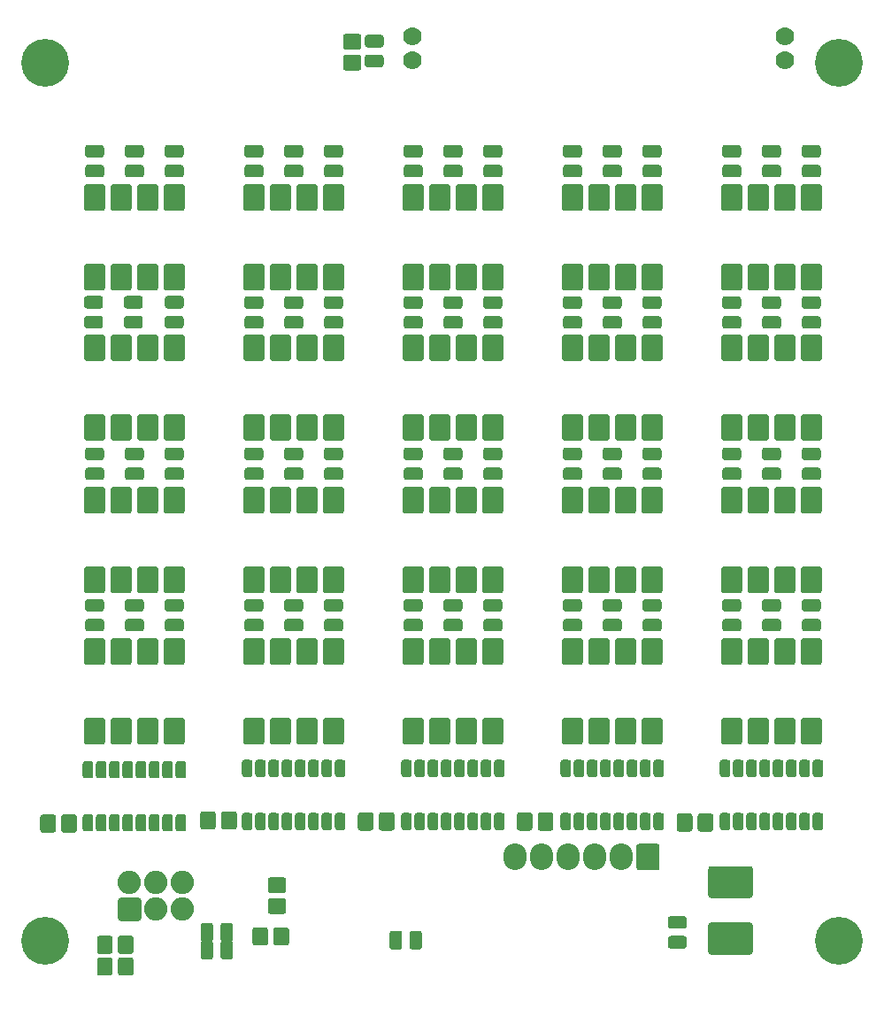
<source format=gbs>
G04 #@! TF.GenerationSoftware,KiCad,Pcbnew,5.1.9+dfsg1-1~bpo10+1*
G04 #@! TF.CreationDate,2021-11-05T18:08:25+00:00*
G04 #@! TF.ProjectId,40-channel-hv-switching-board,34302d63-6861-46e6-9e65-6c2d68762d73,3.1.1*
G04 #@! TF.SameCoordinates,Original*
G04 #@! TF.FileFunction,Soldermask,Bot*
G04 #@! TF.FilePolarity,Negative*
%FSLAX46Y46*%
G04 Gerber Fmt 4.6, Leading zero omitted, Abs format (unit mm)*
G04 Created by KiCad (PCBNEW 5.1.9+dfsg1-1~bpo10+1) date 2021-11-05 18:08:25*
%MOMM*%
%LPD*%
G01*
G04 APERTURE LIST*
%ADD10O,2.235200X2.540000*%
%ADD11O,2.235200X2.235200*%
%ADD12C,4.572000*%
%ADD13C,1.778000*%
G04 APERTURE END LIST*
G36*
G01*
X77455250Y-55304750D02*
X77455250Y-53272750D01*
G75*
G02*
X77709250Y-53018750I254000J0D01*
G01*
X79233250Y-53018750D01*
G75*
G02*
X79487250Y-53272750I0J-254000D01*
G01*
X79487250Y-55304750D01*
G75*
G02*
X79233250Y-55558750I-254000J0D01*
G01*
X77709250Y-55558750D01*
G75*
G02*
X77455250Y-55304750I0J254000D01*
G01*
G37*
G36*
G01*
X79995250Y-55304750D02*
X79995250Y-53272750D01*
G75*
G02*
X80249250Y-53018750I254000J0D01*
G01*
X81773250Y-53018750D01*
G75*
G02*
X82027250Y-53272750I0J-254000D01*
G01*
X82027250Y-55304750D01*
G75*
G02*
X81773250Y-55558750I-254000J0D01*
G01*
X80249250Y-55558750D01*
G75*
G02*
X79995250Y-55304750I0J254000D01*
G01*
G37*
G36*
G01*
X82535250Y-55304750D02*
X82535250Y-53272750D01*
G75*
G02*
X82789250Y-53018750I254000J0D01*
G01*
X84313250Y-53018750D01*
G75*
G02*
X84567250Y-53272750I0J-254000D01*
G01*
X84567250Y-55304750D01*
G75*
G02*
X84313250Y-55558750I-254000J0D01*
G01*
X82789250Y-55558750D01*
G75*
G02*
X82535250Y-55304750I0J254000D01*
G01*
G37*
G36*
G01*
X85075250Y-55304750D02*
X85075250Y-53272750D01*
G75*
G02*
X85329250Y-53018750I254000J0D01*
G01*
X86853250Y-53018750D01*
G75*
G02*
X87107250Y-53272750I0J-254000D01*
G01*
X87107250Y-55304750D01*
G75*
G02*
X86853250Y-55558750I-254000J0D01*
G01*
X85329250Y-55558750D01*
G75*
G02*
X85075250Y-55304750I0J254000D01*
G01*
G37*
G36*
G01*
X85075250Y-62924750D02*
X85075250Y-60892750D01*
G75*
G02*
X85329250Y-60638750I254000J0D01*
G01*
X86853250Y-60638750D01*
G75*
G02*
X87107250Y-60892750I0J-254000D01*
G01*
X87107250Y-62924750D01*
G75*
G02*
X86853250Y-63178750I-254000J0D01*
G01*
X85329250Y-63178750D01*
G75*
G02*
X85075250Y-62924750I0J254000D01*
G01*
G37*
G36*
G01*
X82535250Y-62924750D02*
X82535250Y-60892750D01*
G75*
G02*
X82789250Y-60638750I254000J0D01*
G01*
X84313250Y-60638750D01*
G75*
G02*
X84567250Y-60892750I0J-254000D01*
G01*
X84567250Y-62924750D01*
G75*
G02*
X84313250Y-63178750I-254000J0D01*
G01*
X82789250Y-63178750D01*
G75*
G02*
X82535250Y-62924750I0J254000D01*
G01*
G37*
G36*
G01*
X79995250Y-62924750D02*
X79995250Y-60892750D01*
G75*
G02*
X80249250Y-60638750I254000J0D01*
G01*
X81773250Y-60638750D01*
G75*
G02*
X82027250Y-60892750I0J-254000D01*
G01*
X82027250Y-62924750D01*
G75*
G02*
X81773250Y-63178750I-254000J0D01*
G01*
X80249250Y-63178750D01*
G75*
G02*
X79995250Y-62924750I0J254000D01*
G01*
G37*
G36*
G01*
X77455250Y-62924750D02*
X77455250Y-60892750D01*
G75*
G02*
X77709250Y-60638750I254000J0D01*
G01*
X79233250Y-60638750D01*
G75*
G02*
X79487250Y-60892750I0J-254000D01*
G01*
X79487250Y-62924750D01*
G75*
G02*
X79233250Y-63178750I-254000J0D01*
G01*
X77709250Y-63178750D01*
G75*
G02*
X77455250Y-62924750I0J254000D01*
G01*
G37*
G36*
G01*
X66391250Y-49354750D02*
X67691250Y-49354750D01*
G75*
G02*
X67945250Y-49608750I0J-254000D01*
G01*
X67945250Y-50308750D01*
G75*
G02*
X67691250Y-50562750I-254000J0D01*
G01*
X66391250Y-50562750D01*
G75*
G02*
X66137250Y-50308750I0J254000D01*
G01*
X66137250Y-49608750D01*
G75*
G02*
X66391250Y-49354750I254000J0D01*
G01*
G37*
G36*
G01*
X66391250Y-51254750D02*
X67691250Y-51254750D01*
G75*
G02*
X67945250Y-51508750I0J-254000D01*
G01*
X67945250Y-52208750D01*
G75*
G02*
X67691250Y-52462750I-254000J0D01*
G01*
X66391250Y-52462750D01*
G75*
G02*
X66137250Y-52208750I0J254000D01*
G01*
X66137250Y-51508750D01*
G75*
G02*
X66391250Y-51254750I254000J0D01*
G01*
G37*
G36*
G01*
X91725480Y-103870900D02*
X95474520Y-103870900D01*
G75*
G02*
X95728520Y-104124900I0J-254000D01*
G01*
X95728520Y-106675060D01*
G75*
G02*
X95474520Y-106929060I-254000J0D01*
G01*
X91725480Y-106929060D01*
G75*
G02*
X91471480Y-106675060I0J254000D01*
G01*
X91471480Y-104124900D01*
G75*
G02*
X91725480Y-103870900I254000J0D01*
G01*
G37*
G36*
G01*
X91725480Y-109270940D02*
X95474520Y-109270940D01*
G75*
G02*
X95728520Y-109524940I0J-254000D01*
G01*
X95728520Y-112075100D01*
G75*
G02*
X95474520Y-112329100I-254000J0D01*
G01*
X91725480Y-112329100D01*
G75*
G02*
X91471480Y-112075100I0J254000D01*
G01*
X91471480Y-109524940D01*
G75*
G02*
X91725480Y-109270940I254000J0D01*
G01*
G37*
G36*
G01*
X31735250Y-40924750D02*
X31735250Y-38892750D01*
G75*
G02*
X31989250Y-38638750I254000J0D01*
G01*
X33513250Y-38638750D01*
G75*
G02*
X33767250Y-38892750I0J-254000D01*
G01*
X33767250Y-40924750D01*
G75*
G02*
X33513250Y-41178750I-254000J0D01*
G01*
X31989250Y-41178750D01*
G75*
G02*
X31735250Y-40924750I0J254000D01*
G01*
G37*
G36*
G01*
X34275250Y-40924750D02*
X34275250Y-38892750D01*
G75*
G02*
X34529250Y-38638750I254000J0D01*
G01*
X36053250Y-38638750D01*
G75*
G02*
X36307250Y-38892750I0J-254000D01*
G01*
X36307250Y-40924750D01*
G75*
G02*
X36053250Y-41178750I-254000J0D01*
G01*
X34529250Y-41178750D01*
G75*
G02*
X34275250Y-40924750I0J254000D01*
G01*
G37*
G36*
G01*
X36815250Y-40924750D02*
X36815250Y-38892750D01*
G75*
G02*
X37069250Y-38638750I254000J0D01*
G01*
X38593250Y-38638750D01*
G75*
G02*
X38847250Y-38892750I0J-254000D01*
G01*
X38847250Y-40924750D01*
G75*
G02*
X38593250Y-41178750I-254000J0D01*
G01*
X37069250Y-41178750D01*
G75*
G02*
X36815250Y-40924750I0J254000D01*
G01*
G37*
G36*
G01*
X39355250Y-40924750D02*
X39355250Y-38892750D01*
G75*
G02*
X39609250Y-38638750I254000J0D01*
G01*
X41133250Y-38638750D01*
G75*
G02*
X41387250Y-38892750I0J-254000D01*
G01*
X41387250Y-40924750D01*
G75*
G02*
X41133250Y-41178750I-254000J0D01*
G01*
X39609250Y-41178750D01*
G75*
G02*
X39355250Y-40924750I0J254000D01*
G01*
G37*
G36*
G01*
X39355250Y-48544750D02*
X39355250Y-46512750D01*
G75*
G02*
X39609250Y-46258750I254000J0D01*
G01*
X41133250Y-46258750D01*
G75*
G02*
X41387250Y-46512750I0J-254000D01*
G01*
X41387250Y-48544750D01*
G75*
G02*
X41133250Y-48798750I-254000J0D01*
G01*
X39609250Y-48798750D01*
G75*
G02*
X39355250Y-48544750I0J254000D01*
G01*
G37*
G36*
G01*
X36815250Y-48544750D02*
X36815250Y-46512750D01*
G75*
G02*
X37069250Y-46258750I254000J0D01*
G01*
X38593250Y-46258750D01*
G75*
G02*
X38847250Y-46512750I0J-254000D01*
G01*
X38847250Y-48544750D01*
G75*
G02*
X38593250Y-48798750I-254000J0D01*
G01*
X37069250Y-48798750D01*
G75*
G02*
X36815250Y-48544750I0J254000D01*
G01*
G37*
G36*
G01*
X34275250Y-48544750D02*
X34275250Y-46512750D01*
G75*
G02*
X34529250Y-46258750I254000J0D01*
G01*
X36053250Y-46258750D01*
G75*
G02*
X36307250Y-46512750I0J-254000D01*
G01*
X36307250Y-48544750D01*
G75*
G02*
X36053250Y-48798750I-254000J0D01*
G01*
X34529250Y-48798750D01*
G75*
G02*
X34275250Y-48544750I0J254000D01*
G01*
G37*
G36*
G01*
X31735250Y-48544750D02*
X31735250Y-46512750D01*
G75*
G02*
X31989250Y-46258750I254000J0D01*
G01*
X33513250Y-46258750D01*
G75*
G02*
X33767250Y-46512750I0J-254000D01*
G01*
X33767250Y-48544750D01*
G75*
G02*
X33513250Y-48798750I-254000J0D01*
G01*
X31989250Y-48798750D01*
G75*
G02*
X31735250Y-48544750I0J254000D01*
G01*
G37*
G36*
G01*
X31735250Y-55304750D02*
X31735250Y-53272750D01*
G75*
G02*
X31989250Y-53018750I254000J0D01*
G01*
X33513250Y-53018750D01*
G75*
G02*
X33767250Y-53272750I0J-254000D01*
G01*
X33767250Y-55304750D01*
G75*
G02*
X33513250Y-55558750I-254000J0D01*
G01*
X31989250Y-55558750D01*
G75*
G02*
X31735250Y-55304750I0J254000D01*
G01*
G37*
G36*
G01*
X34275250Y-55304750D02*
X34275250Y-53272750D01*
G75*
G02*
X34529250Y-53018750I254000J0D01*
G01*
X36053250Y-53018750D01*
G75*
G02*
X36307250Y-53272750I0J-254000D01*
G01*
X36307250Y-55304750D01*
G75*
G02*
X36053250Y-55558750I-254000J0D01*
G01*
X34529250Y-55558750D01*
G75*
G02*
X34275250Y-55304750I0J254000D01*
G01*
G37*
G36*
G01*
X36815250Y-55304750D02*
X36815250Y-53272750D01*
G75*
G02*
X37069250Y-53018750I254000J0D01*
G01*
X38593250Y-53018750D01*
G75*
G02*
X38847250Y-53272750I0J-254000D01*
G01*
X38847250Y-55304750D01*
G75*
G02*
X38593250Y-55558750I-254000J0D01*
G01*
X37069250Y-55558750D01*
G75*
G02*
X36815250Y-55304750I0J254000D01*
G01*
G37*
G36*
G01*
X39355250Y-55304750D02*
X39355250Y-53272750D01*
G75*
G02*
X39609250Y-53018750I254000J0D01*
G01*
X41133250Y-53018750D01*
G75*
G02*
X41387250Y-53272750I0J-254000D01*
G01*
X41387250Y-55304750D01*
G75*
G02*
X41133250Y-55558750I-254000J0D01*
G01*
X39609250Y-55558750D01*
G75*
G02*
X39355250Y-55304750I0J254000D01*
G01*
G37*
G36*
G01*
X39355250Y-62924750D02*
X39355250Y-60892750D01*
G75*
G02*
X39609250Y-60638750I254000J0D01*
G01*
X41133250Y-60638750D01*
G75*
G02*
X41387250Y-60892750I0J-254000D01*
G01*
X41387250Y-62924750D01*
G75*
G02*
X41133250Y-63178750I-254000J0D01*
G01*
X39609250Y-63178750D01*
G75*
G02*
X39355250Y-62924750I0J254000D01*
G01*
G37*
G36*
G01*
X36815250Y-62924750D02*
X36815250Y-60892750D01*
G75*
G02*
X37069250Y-60638750I254000J0D01*
G01*
X38593250Y-60638750D01*
G75*
G02*
X38847250Y-60892750I0J-254000D01*
G01*
X38847250Y-62924750D01*
G75*
G02*
X38593250Y-63178750I-254000J0D01*
G01*
X37069250Y-63178750D01*
G75*
G02*
X36815250Y-62924750I0J254000D01*
G01*
G37*
G36*
G01*
X34275250Y-62924750D02*
X34275250Y-60892750D01*
G75*
G02*
X34529250Y-60638750I254000J0D01*
G01*
X36053250Y-60638750D01*
G75*
G02*
X36307250Y-60892750I0J-254000D01*
G01*
X36307250Y-62924750D01*
G75*
G02*
X36053250Y-63178750I-254000J0D01*
G01*
X34529250Y-63178750D01*
G75*
G02*
X34275250Y-62924750I0J254000D01*
G01*
G37*
G36*
G01*
X31735250Y-62924750D02*
X31735250Y-60892750D01*
G75*
G02*
X31989250Y-60638750I254000J0D01*
G01*
X33513250Y-60638750D01*
G75*
G02*
X33767250Y-60892750I0J-254000D01*
G01*
X33767250Y-62924750D01*
G75*
G02*
X33513250Y-63178750I-254000J0D01*
G01*
X31989250Y-63178750D01*
G75*
G02*
X31735250Y-62924750I0J254000D01*
G01*
G37*
G36*
G01*
X31735250Y-69884750D02*
X31735250Y-67852750D01*
G75*
G02*
X31989250Y-67598750I254000J0D01*
G01*
X33513250Y-67598750D01*
G75*
G02*
X33767250Y-67852750I0J-254000D01*
G01*
X33767250Y-69884750D01*
G75*
G02*
X33513250Y-70138750I-254000J0D01*
G01*
X31989250Y-70138750D01*
G75*
G02*
X31735250Y-69884750I0J254000D01*
G01*
G37*
G36*
G01*
X34275250Y-69884750D02*
X34275250Y-67852750D01*
G75*
G02*
X34529250Y-67598750I254000J0D01*
G01*
X36053250Y-67598750D01*
G75*
G02*
X36307250Y-67852750I0J-254000D01*
G01*
X36307250Y-69884750D01*
G75*
G02*
X36053250Y-70138750I-254000J0D01*
G01*
X34529250Y-70138750D01*
G75*
G02*
X34275250Y-69884750I0J254000D01*
G01*
G37*
G36*
G01*
X36815250Y-69884750D02*
X36815250Y-67852750D01*
G75*
G02*
X37069250Y-67598750I254000J0D01*
G01*
X38593250Y-67598750D01*
G75*
G02*
X38847250Y-67852750I0J-254000D01*
G01*
X38847250Y-69884750D01*
G75*
G02*
X38593250Y-70138750I-254000J0D01*
G01*
X37069250Y-70138750D01*
G75*
G02*
X36815250Y-69884750I0J254000D01*
G01*
G37*
G36*
G01*
X39355250Y-69884750D02*
X39355250Y-67852750D01*
G75*
G02*
X39609250Y-67598750I254000J0D01*
G01*
X41133250Y-67598750D01*
G75*
G02*
X41387250Y-67852750I0J-254000D01*
G01*
X41387250Y-69884750D01*
G75*
G02*
X41133250Y-70138750I-254000J0D01*
G01*
X39609250Y-70138750D01*
G75*
G02*
X39355250Y-69884750I0J254000D01*
G01*
G37*
G36*
G01*
X39355250Y-77504750D02*
X39355250Y-75472750D01*
G75*
G02*
X39609250Y-75218750I254000J0D01*
G01*
X41133250Y-75218750D01*
G75*
G02*
X41387250Y-75472750I0J-254000D01*
G01*
X41387250Y-77504750D01*
G75*
G02*
X41133250Y-77758750I-254000J0D01*
G01*
X39609250Y-77758750D01*
G75*
G02*
X39355250Y-77504750I0J254000D01*
G01*
G37*
G36*
G01*
X36815250Y-77504750D02*
X36815250Y-75472750D01*
G75*
G02*
X37069250Y-75218750I254000J0D01*
G01*
X38593250Y-75218750D01*
G75*
G02*
X38847250Y-75472750I0J-254000D01*
G01*
X38847250Y-77504750D01*
G75*
G02*
X38593250Y-77758750I-254000J0D01*
G01*
X37069250Y-77758750D01*
G75*
G02*
X36815250Y-77504750I0J254000D01*
G01*
G37*
G36*
G01*
X34275250Y-77504750D02*
X34275250Y-75472750D01*
G75*
G02*
X34529250Y-75218750I254000J0D01*
G01*
X36053250Y-75218750D01*
G75*
G02*
X36307250Y-75472750I0J-254000D01*
G01*
X36307250Y-77504750D01*
G75*
G02*
X36053250Y-77758750I-254000J0D01*
G01*
X34529250Y-77758750D01*
G75*
G02*
X34275250Y-77504750I0J254000D01*
G01*
G37*
G36*
G01*
X31735250Y-77504750D02*
X31735250Y-75472750D01*
G75*
G02*
X31989250Y-75218750I254000J0D01*
G01*
X33513250Y-75218750D01*
G75*
G02*
X33767250Y-75472750I0J-254000D01*
G01*
X33767250Y-77504750D01*
G75*
G02*
X33513250Y-77758750I-254000J0D01*
G01*
X31989250Y-77758750D01*
G75*
G02*
X31735250Y-77504750I0J254000D01*
G01*
G37*
G36*
G01*
X31735250Y-84364750D02*
X31735250Y-82332750D01*
G75*
G02*
X31989250Y-82078750I254000J0D01*
G01*
X33513250Y-82078750D01*
G75*
G02*
X33767250Y-82332750I0J-254000D01*
G01*
X33767250Y-84364750D01*
G75*
G02*
X33513250Y-84618750I-254000J0D01*
G01*
X31989250Y-84618750D01*
G75*
G02*
X31735250Y-84364750I0J254000D01*
G01*
G37*
G36*
G01*
X34275250Y-84364750D02*
X34275250Y-82332750D01*
G75*
G02*
X34529250Y-82078750I254000J0D01*
G01*
X36053250Y-82078750D01*
G75*
G02*
X36307250Y-82332750I0J-254000D01*
G01*
X36307250Y-84364750D01*
G75*
G02*
X36053250Y-84618750I-254000J0D01*
G01*
X34529250Y-84618750D01*
G75*
G02*
X34275250Y-84364750I0J254000D01*
G01*
G37*
G36*
G01*
X36815250Y-84364750D02*
X36815250Y-82332750D01*
G75*
G02*
X37069250Y-82078750I254000J0D01*
G01*
X38593250Y-82078750D01*
G75*
G02*
X38847250Y-82332750I0J-254000D01*
G01*
X38847250Y-84364750D01*
G75*
G02*
X38593250Y-84618750I-254000J0D01*
G01*
X37069250Y-84618750D01*
G75*
G02*
X36815250Y-84364750I0J254000D01*
G01*
G37*
G36*
G01*
X39355250Y-84364750D02*
X39355250Y-82332750D01*
G75*
G02*
X39609250Y-82078750I254000J0D01*
G01*
X41133250Y-82078750D01*
G75*
G02*
X41387250Y-82332750I0J-254000D01*
G01*
X41387250Y-84364750D01*
G75*
G02*
X41133250Y-84618750I-254000J0D01*
G01*
X39609250Y-84618750D01*
G75*
G02*
X39355250Y-84364750I0J254000D01*
G01*
G37*
G36*
G01*
X39355250Y-91984750D02*
X39355250Y-89952750D01*
G75*
G02*
X39609250Y-89698750I254000J0D01*
G01*
X41133250Y-89698750D01*
G75*
G02*
X41387250Y-89952750I0J-254000D01*
G01*
X41387250Y-91984750D01*
G75*
G02*
X41133250Y-92238750I-254000J0D01*
G01*
X39609250Y-92238750D01*
G75*
G02*
X39355250Y-91984750I0J254000D01*
G01*
G37*
G36*
G01*
X36815250Y-91984750D02*
X36815250Y-89952750D01*
G75*
G02*
X37069250Y-89698750I254000J0D01*
G01*
X38593250Y-89698750D01*
G75*
G02*
X38847250Y-89952750I0J-254000D01*
G01*
X38847250Y-91984750D01*
G75*
G02*
X38593250Y-92238750I-254000J0D01*
G01*
X37069250Y-92238750D01*
G75*
G02*
X36815250Y-91984750I0J254000D01*
G01*
G37*
G36*
G01*
X34275250Y-91984750D02*
X34275250Y-89952750D01*
G75*
G02*
X34529250Y-89698750I254000J0D01*
G01*
X36053250Y-89698750D01*
G75*
G02*
X36307250Y-89952750I0J-254000D01*
G01*
X36307250Y-91984750D01*
G75*
G02*
X36053250Y-92238750I-254000J0D01*
G01*
X34529250Y-92238750D01*
G75*
G02*
X34275250Y-91984750I0J254000D01*
G01*
G37*
G36*
G01*
X31735250Y-91984750D02*
X31735250Y-89952750D01*
G75*
G02*
X31989250Y-89698750I254000J0D01*
G01*
X33513250Y-89698750D01*
G75*
G02*
X33767250Y-89952750I0J-254000D01*
G01*
X33767250Y-91984750D01*
G75*
G02*
X33513250Y-92238750I-254000J0D01*
G01*
X31989250Y-92238750D01*
G75*
G02*
X31735250Y-91984750I0J254000D01*
G01*
G37*
G36*
G01*
X46975250Y-40924750D02*
X46975250Y-38892750D01*
G75*
G02*
X47229250Y-38638750I254000J0D01*
G01*
X48753250Y-38638750D01*
G75*
G02*
X49007250Y-38892750I0J-254000D01*
G01*
X49007250Y-40924750D01*
G75*
G02*
X48753250Y-41178750I-254000J0D01*
G01*
X47229250Y-41178750D01*
G75*
G02*
X46975250Y-40924750I0J254000D01*
G01*
G37*
G36*
G01*
X49515250Y-40924750D02*
X49515250Y-38892750D01*
G75*
G02*
X49769250Y-38638750I254000J0D01*
G01*
X51293250Y-38638750D01*
G75*
G02*
X51547250Y-38892750I0J-254000D01*
G01*
X51547250Y-40924750D01*
G75*
G02*
X51293250Y-41178750I-254000J0D01*
G01*
X49769250Y-41178750D01*
G75*
G02*
X49515250Y-40924750I0J254000D01*
G01*
G37*
G36*
G01*
X52055250Y-40924750D02*
X52055250Y-38892750D01*
G75*
G02*
X52309250Y-38638750I254000J0D01*
G01*
X53833250Y-38638750D01*
G75*
G02*
X54087250Y-38892750I0J-254000D01*
G01*
X54087250Y-40924750D01*
G75*
G02*
X53833250Y-41178750I-254000J0D01*
G01*
X52309250Y-41178750D01*
G75*
G02*
X52055250Y-40924750I0J254000D01*
G01*
G37*
G36*
G01*
X54595250Y-40924750D02*
X54595250Y-38892750D01*
G75*
G02*
X54849250Y-38638750I254000J0D01*
G01*
X56373250Y-38638750D01*
G75*
G02*
X56627250Y-38892750I0J-254000D01*
G01*
X56627250Y-40924750D01*
G75*
G02*
X56373250Y-41178750I-254000J0D01*
G01*
X54849250Y-41178750D01*
G75*
G02*
X54595250Y-40924750I0J254000D01*
G01*
G37*
G36*
G01*
X54595250Y-48544750D02*
X54595250Y-46512750D01*
G75*
G02*
X54849250Y-46258750I254000J0D01*
G01*
X56373250Y-46258750D01*
G75*
G02*
X56627250Y-46512750I0J-254000D01*
G01*
X56627250Y-48544750D01*
G75*
G02*
X56373250Y-48798750I-254000J0D01*
G01*
X54849250Y-48798750D01*
G75*
G02*
X54595250Y-48544750I0J254000D01*
G01*
G37*
G36*
G01*
X52055250Y-48544750D02*
X52055250Y-46512750D01*
G75*
G02*
X52309250Y-46258750I254000J0D01*
G01*
X53833250Y-46258750D01*
G75*
G02*
X54087250Y-46512750I0J-254000D01*
G01*
X54087250Y-48544750D01*
G75*
G02*
X53833250Y-48798750I-254000J0D01*
G01*
X52309250Y-48798750D01*
G75*
G02*
X52055250Y-48544750I0J254000D01*
G01*
G37*
G36*
G01*
X49515250Y-48544750D02*
X49515250Y-46512750D01*
G75*
G02*
X49769250Y-46258750I254000J0D01*
G01*
X51293250Y-46258750D01*
G75*
G02*
X51547250Y-46512750I0J-254000D01*
G01*
X51547250Y-48544750D01*
G75*
G02*
X51293250Y-48798750I-254000J0D01*
G01*
X49769250Y-48798750D01*
G75*
G02*
X49515250Y-48544750I0J254000D01*
G01*
G37*
G36*
G01*
X46975250Y-48544750D02*
X46975250Y-46512750D01*
G75*
G02*
X47229250Y-46258750I254000J0D01*
G01*
X48753250Y-46258750D01*
G75*
G02*
X49007250Y-46512750I0J-254000D01*
G01*
X49007250Y-48544750D01*
G75*
G02*
X48753250Y-48798750I-254000J0D01*
G01*
X47229250Y-48798750D01*
G75*
G02*
X46975250Y-48544750I0J254000D01*
G01*
G37*
G36*
G01*
X46975250Y-55304750D02*
X46975250Y-53272750D01*
G75*
G02*
X47229250Y-53018750I254000J0D01*
G01*
X48753250Y-53018750D01*
G75*
G02*
X49007250Y-53272750I0J-254000D01*
G01*
X49007250Y-55304750D01*
G75*
G02*
X48753250Y-55558750I-254000J0D01*
G01*
X47229250Y-55558750D01*
G75*
G02*
X46975250Y-55304750I0J254000D01*
G01*
G37*
G36*
G01*
X49515250Y-55304750D02*
X49515250Y-53272750D01*
G75*
G02*
X49769250Y-53018750I254000J0D01*
G01*
X51293250Y-53018750D01*
G75*
G02*
X51547250Y-53272750I0J-254000D01*
G01*
X51547250Y-55304750D01*
G75*
G02*
X51293250Y-55558750I-254000J0D01*
G01*
X49769250Y-55558750D01*
G75*
G02*
X49515250Y-55304750I0J254000D01*
G01*
G37*
G36*
G01*
X52055250Y-55304750D02*
X52055250Y-53272750D01*
G75*
G02*
X52309250Y-53018750I254000J0D01*
G01*
X53833250Y-53018750D01*
G75*
G02*
X54087250Y-53272750I0J-254000D01*
G01*
X54087250Y-55304750D01*
G75*
G02*
X53833250Y-55558750I-254000J0D01*
G01*
X52309250Y-55558750D01*
G75*
G02*
X52055250Y-55304750I0J254000D01*
G01*
G37*
G36*
G01*
X54595250Y-55304750D02*
X54595250Y-53272750D01*
G75*
G02*
X54849250Y-53018750I254000J0D01*
G01*
X56373250Y-53018750D01*
G75*
G02*
X56627250Y-53272750I0J-254000D01*
G01*
X56627250Y-55304750D01*
G75*
G02*
X56373250Y-55558750I-254000J0D01*
G01*
X54849250Y-55558750D01*
G75*
G02*
X54595250Y-55304750I0J254000D01*
G01*
G37*
G36*
G01*
X54595250Y-62924750D02*
X54595250Y-60892750D01*
G75*
G02*
X54849250Y-60638750I254000J0D01*
G01*
X56373250Y-60638750D01*
G75*
G02*
X56627250Y-60892750I0J-254000D01*
G01*
X56627250Y-62924750D01*
G75*
G02*
X56373250Y-63178750I-254000J0D01*
G01*
X54849250Y-63178750D01*
G75*
G02*
X54595250Y-62924750I0J254000D01*
G01*
G37*
G36*
G01*
X52055250Y-62924750D02*
X52055250Y-60892750D01*
G75*
G02*
X52309250Y-60638750I254000J0D01*
G01*
X53833250Y-60638750D01*
G75*
G02*
X54087250Y-60892750I0J-254000D01*
G01*
X54087250Y-62924750D01*
G75*
G02*
X53833250Y-63178750I-254000J0D01*
G01*
X52309250Y-63178750D01*
G75*
G02*
X52055250Y-62924750I0J254000D01*
G01*
G37*
G36*
G01*
X49515250Y-62924750D02*
X49515250Y-60892750D01*
G75*
G02*
X49769250Y-60638750I254000J0D01*
G01*
X51293250Y-60638750D01*
G75*
G02*
X51547250Y-60892750I0J-254000D01*
G01*
X51547250Y-62924750D01*
G75*
G02*
X51293250Y-63178750I-254000J0D01*
G01*
X49769250Y-63178750D01*
G75*
G02*
X49515250Y-62924750I0J254000D01*
G01*
G37*
G36*
G01*
X46975250Y-62924750D02*
X46975250Y-60892750D01*
G75*
G02*
X47229250Y-60638750I254000J0D01*
G01*
X48753250Y-60638750D01*
G75*
G02*
X49007250Y-60892750I0J-254000D01*
G01*
X49007250Y-62924750D01*
G75*
G02*
X48753250Y-63178750I-254000J0D01*
G01*
X47229250Y-63178750D01*
G75*
G02*
X46975250Y-62924750I0J254000D01*
G01*
G37*
G36*
G01*
X46975250Y-69884750D02*
X46975250Y-67852750D01*
G75*
G02*
X47229250Y-67598750I254000J0D01*
G01*
X48753250Y-67598750D01*
G75*
G02*
X49007250Y-67852750I0J-254000D01*
G01*
X49007250Y-69884750D01*
G75*
G02*
X48753250Y-70138750I-254000J0D01*
G01*
X47229250Y-70138750D01*
G75*
G02*
X46975250Y-69884750I0J254000D01*
G01*
G37*
G36*
G01*
X49515250Y-69884750D02*
X49515250Y-67852750D01*
G75*
G02*
X49769250Y-67598750I254000J0D01*
G01*
X51293250Y-67598750D01*
G75*
G02*
X51547250Y-67852750I0J-254000D01*
G01*
X51547250Y-69884750D01*
G75*
G02*
X51293250Y-70138750I-254000J0D01*
G01*
X49769250Y-70138750D01*
G75*
G02*
X49515250Y-69884750I0J254000D01*
G01*
G37*
G36*
G01*
X52055250Y-69884750D02*
X52055250Y-67852750D01*
G75*
G02*
X52309250Y-67598750I254000J0D01*
G01*
X53833250Y-67598750D01*
G75*
G02*
X54087250Y-67852750I0J-254000D01*
G01*
X54087250Y-69884750D01*
G75*
G02*
X53833250Y-70138750I-254000J0D01*
G01*
X52309250Y-70138750D01*
G75*
G02*
X52055250Y-69884750I0J254000D01*
G01*
G37*
G36*
G01*
X54595250Y-69884750D02*
X54595250Y-67852750D01*
G75*
G02*
X54849250Y-67598750I254000J0D01*
G01*
X56373250Y-67598750D01*
G75*
G02*
X56627250Y-67852750I0J-254000D01*
G01*
X56627250Y-69884750D01*
G75*
G02*
X56373250Y-70138750I-254000J0D01*
G01*
X54849250Y-70138750D01*
G75*
G02*
X54595250Y-69884750I0J254000D01*
G01*
G37*
G36*
G01*
X54595250Y-77504750D02*
X54595250Y-75472750D01*
G75*
G02*
X54849250Y-75218750I254000J0D01*
G01*
X56373250Y-75218750D01*
G75*
G02*
X56627250Y-75472750I0J-254000D01*
G01*
X56627250Y-77504750D01*
G75*
G02*
X56373250Y-77758750I-254000J0D01*
G01*
X54849250Y-77758750D01*
G75*
G02*
X54595250Y-77504750I0J254000D01*
G01*
G37*
G36*
G01*
X52055250Y-77504750D02*
X52055250Y-75472750D01*
G75*
G02*
X52309250Y-75218750I254000J0D01*
G01*
X53833250Y-75218750D01*
G75*
G02*
X54087250Y-75472750I0J-254000D01*
G01*
X54087250Y-77504750D01*
G75*
G02*
X53833250Y-77758750I-254000J0D01*
G01*
X52309250Y-77758750D01*
G75*
G02*
X52055250Y-77504750I0J254000D01*
G01*
G37*
G36*
G01*
X49515250Y-77504750D02*
X49515250Y-75472750D01*
G75*
G02*
X49769250Y-75218750I254000J0D01*
G01*
X51293250Y-75218750D01*
G75*
G02*
X51547250Y-75472750I0J-254000D01*
G01*
X51547250Y-77504750D01*
G75*
G02*
X51293250Y-77758750I-254000J0D01*
G01*
X49769250Y-77758750D01*
G75*
G02*
X49515250Y-77504750I0J254000D01*
G01*
G37*
G36*
G01*
X46975250Y-77504750D02*
X46975250Y-75472750D01*
G75*
G02*
X47229250Y-75218750I254000J0D01*
G01*
X48753250Y-75218750D01*
G75*
G02*
X49007250Y-75472750I0J-254000D01*
G01*
X49007250Y-77504750D01*
G75*
G02*
X48753250Y-77758750I-254000J0D01*
G01*
X47229250Y-77758750D01*
G75*
G02*
X46975250Y-77504750I0J254000D01*
G01*
G37*
G36*
G01*
X46975250Y-84364750D02*
X46975250Y-82332750D01*
G75*
G02*
X47229250Y-82078750I254000J0D01*
G01*
X48753250Y-82078750D01*
G75*
G02*
X49007250Y-82332750I0J-254000D01*
G01*
X49007250Y-84364750D01*
G75*
G02*
X48753250Y-84618750I-254000J0D01*
G01*
X47229250Y-84618750D01*
G75*
G02*
X46975250Y-84364750I0J254000D01*
G01*
G37*
G36*
G01*
X49515250Y-84364750D02*
X49515250Y-82332750D01*
G75*
G02*
X49769250Y-82078750I254000J0D01*
G01*
X51293250Y-82078750D01*
G75*
G02*
X51547250Y-82332750I0J-254000D01*
G01*
X51547250Y-84364750D01*
G75*
G02*
X51293250Y-84618750I-254000J0D01*
G01*
X49769250Y-84618750D01*
G75*
G02*
X49515250Y-84364750I0J254000D01*
G01*
G37*
G36*
G01*
X52055250Y-84364750D02*
X52055250Y-82332750D01*
G75*
G02*
X52309250Y-82078750I254000J0D01*
G01*
X53833250Y-82078750D01*
G75*
G02*
X54087250Y-82332750I0J-254000D01*
G01*
X54087250Y-84364750D01*
G75*
G02*
X53833250Y-84618750I-254000J0D01*
G01*
X52309250Y-84618750D01*
G75*
G02*
X52055250Y-84364750I0J254000D01*
G01*
G37*
G36*
G01*
X54595250Y-84364750D02*
X54595250Y-82332750D01*
G75*
G02*
X54849250Y-82078750I254000J0D01*
G01*
X56373250Y-82078750D01*
G75*
G02*
X56627250Y-82332750I0J-254000D01*
G01*
X56627250Y-84364750D01*
G75*
G02*
X56373250Y-84618750I-254000J0D01*
G01*
X54849250Y-84618750D01*
G75*
G02*
X54595250Y-84364750I0J254000D01*
G01*
G37*
G36*
G01*
X54595250Y-91984750D02*
X54595250Y-89952750D01*
G75*
G02*
X54849250Y-89698750I254000J0D01*
G01*
X56373250Y-89698750D01*
G75*
G02*
X56627250Y-89952750I0J-254000D01*
G01*
X56627250Y-91984750D01*
G75*
G02*
X56373250Y-92238750I-254000J0D01*
G01*
X54849250Y-92238750D01*
G75*
G02*
X54595250Y-91984750I0J254000D01*
G01*
G37*
G36*
G01*
X52055250Y-91984750D02*
X52055250Y-89952750D01*
G75*
G02*
X52309250Y-89698750I254000J0D01*
G01*
X53833250Y-89698750D01*
G75*
G02*
X54087250Y-89952750I0J-254000D01*
G01*
X54087250Y-91984750D01*
G75*
G02*
X53833250Y-92238750I-254000J0D01*
G01*
X52309250Y-92238750D01*
G75*
G02*
X52055250Y-91984750I0J254000D01*
G01*
G37*
G36*
G01*
X49515250Y-91984750D02*
X49515250Y-89952750D01*
G75*
G02*
X49769250Y-89698750I254000J0D01*
G01*
X51293250Y-89698750D01*
G75*
G02*
X51547250Y-89952750I0J-254000D01*
G01*
X51547250Y-91984750D01*
G75*
G02*
X51293250Y-92238750I-254000J0D01*
G01*
X49769250Y-92238750D01*
G75*
G02*
X49515250Y-91984750I0J254000D01*
G01*
G37*
G36*
G01*
X46975250Y-91984750D02*
X46975250Y-89952750D01*
G75*
G02*
X47229250Y-89698750I254000J0D01*
G01*
X48753250Y-89698750D01*
G75*
G02*
X49007250Y-89952750I0J-254000D01*
G01*
X49007250Y-91984750D01*
G75*
G02*
X48753250Y-92238750I-254000J0D01*
G01*
X47229250Y-92238750D01*
G75*
G02*
X46975250Y-91984750I0J254000D01*
G01*
G37*
G36*
G01*
X62215250Y-40924750D02*
X62215250Y-38892750D01*
G75*
G02*
X62469250Y-38638750I254000J0D01*
G01*
X63993250Y-38638750D01*
G75*
G02*
X64247250Y-38892750I0J-254000D01*
G01*
X64247250Y-40924750D01*
G75*
G02*
X63993250Y-41178750I-254000J0D01*
G01*
X62469250Y-41178750D01*
G75*
G02*
X62215250Y-40924750I0J254000D01*
G01*
G37*
G36*
G01*
X64755250Y-40924750D02*
X64755250Y-38892750D01*
G75*
G02*
X65009250Y-38638750I254000J0D01*
G01*
X66533250Y-38638750D01*
G75*
G02*
X66787250Y-38892750I0J-254000D01*
G01*
X66787250Y-40924750D01*
G75*
G02*
X66533250Y-41178750I-254000J0D01*
G01*
X65009250Y-41178750D01*
G75*
G02*
X64755250Y-40924750I0J254000D01*
G01*
G37*
G36*
G01*
X67295250Y-40924750D02*
X67295250Y-38892750D01*
G75*
G02*
X67549250Y-38638750I254000J0D01*
G01*
X69073250Y-38638750D01*
G75*
G02*
X69327250Y-38892750I0J-254000D01*
G01*
X69327250Y-40924750D01*
G75*
G02*
X69073250Y-41178750I-254000J0D01*
G01*
X67549250Y-41178750D01*
G75*
G02*
X67295250Y-40924750I0J254000D01*
G01*
G37*
G36*
G01*
X69835250Y-40924750D02*
X69835250Y-38892750D01*
G75*
G02*
X70089250Y-38638750I254000J0D01*
G01*
X71613250Y-38638750D01*
G75*
G02*
X71867250Y-38892750I0J-254000D01*
G01*
X71867250Y-40924750D01*
G75*
G02*
X71613250Y-41178750I-254000J0D01*
G01*
X70089250Y-41178750D01*
G75*
G02*
X69835250Y-40924750I0J254000D01*
G01*
G37*
G36*
G01*
X69835250Y-48544750D02*
X69835250Y-46512750D01*
G75*
G02*
X70089250Y-46258750I254000J0D01*
G01*
X71613250Y-46258750D01*
G75*
G02*
X71867250Y-46512750I0J-254000D01*
G01*
X71867250Y-48544750D01*
G75*
G02*
X71613250Y-48798750I-254000J0D01*
G01*
X70089250Y-48798750D01*
G75*
G02*
X69835250Y-48544750I0J254000D01*
G01*
G37*
G36*
G01*
X67295250Y-48544750D02*
X67295250Y-46512750D01*
G75*
G02*
X67549250Y-46258750I254000J0D01*
G01*
X69073250Y-46258750D01*
G75*
G02*
X69327250Y-46512750I0J-254000D01*
G01*
X69327250Y-48544750D01*
G75*
G02*
X69073250Y-48798750I-254000J0D01*
G01*
X67549250Y-48798750D01*
G75*
G02*
X67295250Y-48544750I0J254000D01*
G01*
G37*
G36*
G01*
X64755250Y-48544750D02*
X64755250Y-46512750D01*
G75*
G02*
X65009250Y-46258750I254000J0D01*
G01*
X66533250Y-46258750D01*
G75*
G02*
X66787250Y-46512750I0J-254000D01*
G01*
X66787250Y-48544750D01*
G75*
G02*
X66533250Y-48798750I-254000J0D01*
G01*
X65009250Y-48798750D01*
G75*
G02*
X64755250Y-48544750I0J254000D01*
G01*
G37*
G36*
G01*
X62215250Y-48544750D02*
X62215250Y-46512750D01*
G75*
G02*
X62469250Y-46258750I254000J0D01*
G01*
X63993250Y-46258750D01*
G75*
G02*
X64247250Y-46512750I0J-254000D01*
G01*
X64247250Y-48544750D01*
G75*
G02*
X63993250Y-48798750I-254000J0D01*
G01*
X62469250Y-48798750D01*
G75*
G02*
X62215250Y-48544750I0J254000D01*
G01*
G37*
G36*
G01*
X62215250Y-55304750D02*
X62215250Y-53272750D01*
G75*
G02*
X62469250Y-53018750I254000J0D01*
G01*
X63993250Y-53018750D01*
G75*
G02*
X64247250Y-53272750I0J-254000D01*
G01*
X64247250Y-55304750D01*
G75*
G02*
X63993250Y-55558750I-254000J0D01*
G01*
X62469250Y-55558750D01*
G75*
G02*
X62215250Y-55304750I0J254000D01*
G01*
G37*
G36*
G01*
X64755250Y-55304750D02*
X64755250Y-53272750D01*
G75*
G02*
X65009250Y-53018750I254000J0D01*
G01*
X66533250Y-53018750D01*
G75*
G02*
X66787250Y-53272750I0J-254000D01*
G01*
X66787250Y-55304750D01*
G75*
G02*
X66533250Y-55558750I-254000J0D01*
G01*
X65009250Y-55558750D01*
G75*
G02*
X64755250Y-55304750I0J254000D01*
G01*
G37*
G36*
G01*
X67295250Y-55304750D02*
X67295250Y-53272750D01*
G75*
G02*
X67549250Y-53018750I254000J0D01*
G01*
X69073250Y-53018750D01*
G75*
G02*
X69327250Y-53272750I0J-254000D01*
G01*
X69327250Y-55304750D01*
G75*
G02*
X69073250Y-55558750I-254000J0D01*
G01*
X67549250Y-55558750D01*
G75*
G02*
X67295250Y-55304750I0J254000D01*
G01*
G37*
G36*
G01*
X69835250Y-55304750D02*
X69835250Y-53272750D01*
G75*
G02*
X70089250Y-53018750I254000J0D01*
G01*
X71613250Y-53018750D01*
G75*
G02*
X71867250Y-53272750I0J-254000D01*
G01*
X71867250Y-55304750D01*
G75*
G02*
X71613250Y-55558750I-254000J0D01*
G01*
X70089250Y-55558750D01*
G75*
G02*
X69835250Y-55304750I0J254000D01*
G01*
G37*
G36*
G01*
X69835250Y-62924750D02*
X69835250Y-60892750D01*
G75*
G02*
X70089250Y-60638750I254000J0D01*
G01*
X71613250Y-60638750D01*
G75*
G02*
X71867250Y-60892750I0J-254000D01*
G01*
X71867250Y-62924750D01*
G75*
G02*
X71613250Y-63178750I-254000J0D01*
G01*
X70089250Y-63178750D01*
G75*
G02*
X69835250Y-62924750I0J254000D01*
G01*
G37*
G36*
G01*
X67295250Y-62924750D02*
X67295250Y-60892750D01*
G75*
G02*
X67549250Y-60638750I254000J0D01*
G01*
X69073250Y-60638750D01*
G75*
G02*
X69327250Y-60892750I0J-254000D01*
G01*
X69327250Y-62924750D01*
G75*
G02*
X69073250Y-63178750I-254000J0D01*
G01*
X67549250Y-63178750D01*
G75*
G02*
X67295250Y-62924750I0J254000D01*
G01*
G37*
G36*
G01*
X64755250Y-62924750D02*
X64755250Y-60892750D01*
G75*
G02*
X65009250Y-60638750I254000J0D01*
G01*
X66533250Y-60638750D01*
G75*
G02*
X66787250Y-60892750I0J-254000D01*
G01*
X66787250Y-62924750D01*
G75*
G02*
X66533250Y-63178750I-254000J0D01*
G01*
X65009250Y-63178750D01*
G75*
G02*
X64755250Y-62924750I0J254000D01*
G01*
G37*
G36*
G01*
X62215250Y-62924750D02*
X62215250Y-60892750D01*
G75*
G02*
X62469250Y-60638750I254000J0D01*
G01*
X63993250Y-60638750D01*
G75*
G02*
X64247250Y-60892750I0J-254000D01*
G01*
X64247250Y-62924750D01*
G75*
G02*
X63993250Y-63178750I-254000J0D01*
G01*
X62469250Y-63178750D01*
G75*
G02*
X62215250Y-62924750I0J254000D01*
G01*
G37*
G36*
G01*
X62215250Y-69884750D02*
X62215250Y-67852750D01*
G75*
G02*
X62469250Y-67598750I254000J0D01*
G01*
X63993250Y-67598750D01*
G75*
G02*
X64247250Y-67852750I0J-254000D01*
G01*
X64247250Y-69884750D01*
G75*
G02*
X63993250Y-70138750I-254000J0D01*
G01*
X62469250Y-70138750D01*
G75*
G02*
X62215250Y-69884750I0J254000D01*
G01*
G37*
G36*
G01*
X64755250Y-69884750D02*
X64755250Y-67852750D01*
G75*
G02*
X65009250Y-67598750I254000J0D01*
G01*
X66533250Y-67598750D01*
G75*
G02*
X66787250Y-67852750I0J-254000D01*
G01*
X66787250Y-69884750D01*
G75*
G02*
X66533250Y-70138750I-254000J0D01*
G01*
X65009250Y-70138750D01*
G75*
G02*
X64755250Y-69884750I0J254000D01*
G01*
G37*
G36*
G01*
X67295250Y-69884750D02*
X67295250Y-67852750D01*
G75*
G02*
X67549250Y-67598750I254000J0D01*
G01*
X69073250Y-67598750D01*
G75*
G02*
X69327250Y-67852750I0J-254000D01*
G01*
X69327250Y-69884750D01*
G75*
G02*
X69073250Y-70138750I-254000J0D01*
G01*
X67549250Y-70138750D01*
G75*
G02*
X67295250Y-69884750I0J254000D01*
G01*
G37*
G36*
G01*
X69835250Y-69884750D02*
X69835250Y-67852750D01*
G75*
G02*
X70089250Y-67598750I254000J0D01*
G01*
X71613250Y-67598750D01*
G75*
G02*
X71867250Y-67852750I0J-254000D01*
G01*
X71867250Y-69884750D01*
G75*
G02*
X71613250Y-70138750I-254000J0D01*
G01*
X70089250Y-70138750D01*
G75*
G02*
X69835250Y-69884750I0J254000D01*
G01*
G37*
G36*
G01*
X69835250Y-77504750D02*
X69835250Y-75472750D01*
G75*
G02*
X70089250Y-75218750I254000J0D01*
G01*
X71613250Y-75218750D01*
G75*
G02*
X71867250Y-75472750I0J-254000D01*
G01*
X71867250Y-77504750D01*
G75*
G02*
X71613250Y-77758750I-254000J0D01*
G01*
X70089250Y-77758750D01*
G75*
G02*
X69835250Y-77504750I0J254000D01*
G01*
G37*
G36*
G01*
X67295250Y-77504750D02*
X67295250Y-75472750D01*
G75*
G02*
X67549250Y-75218750I254000J0D01*
G01*
X69073250Y-75218750D01*
G75*
G02*
X69327250Y-75472750I0J-254000D01*
G01*
X69327250Y-77504750D01*
G75*
G02*
X69073250Y-77758750I-254000J0D01*
G01*
X67549250Y-77758750D01*
G75*
G02*
X67295250Y-77504750I0J254000D01*
G01*
G37*
G36*
G01*
X64755250Y-77504750D02*
X64755250Y-75472750D01*
G75*
G02*
X65009250Y-75218750I254000J0D01*
G01*
X66533250Y-75218750D01*
G75*
G02*
X66787250Y-75472750I0J-254000D01*
G01*
X66787250Y-77504750D01*
G75*
G02*
X66533250Y-77758750I-254000J0D01*
G01*
X65009250Y-77758750D01*
G75*
G02*
X64755250Y-77504750I0J254000D01*
G01*
G37*
G36*
G01*
X62215250Y-77504750D02*
X62215250Y-75472750D01*
G75*
G02*
X62469250Y-75218750I254000J0D01*
G01*
X63993250Y-75218750D01*
G75*
G02*
X64247250Y-75472750I0J-254000D01*
G01*
X64247250Y-77504750D01*
G75*
G02*
X63993250Y-77758750I-254000J0D01*
G01*
X62469250Y-77758750D01*
G75*
G02*
X62215250Y-77504750I0J254000D01*
G01*
G37*
G36*
G01*
X62215250Y-84364750D02*
X62215250Y-82332750D01*
G75*
G02*
X62469250Y-82078750I254000J0D01*
G01*
X63993250Y-82078750D01*
G75*
G02*
X64247250Y-82332750I0J-254000D01*
G01*
X64247250Y-84364750D01*
G75*
G02*
X63993250Y-84618750I-254000J0D01*
G01*
X62469250Y-84618750D01*
G75*
G02*
X62215250Y-84364750I0J254000D01*
G01*
G37*
G36*
G01*
X64755250Y-84364750D02*
X64755250Y-82332750D01*
G75*
G02*
X65009250Y-82078750I254000J0D01*
G01*
X66533250Y-82078750D01*
G75*
G02*
X66787250Y-82332750I0J-254000D01*
G01*
X66787250Y-84364750D01*
G75*
G02*
X66533250Y-84618750I-254000J0D01*
G01*
X65009250Y-84618750D01*
G75*
G02*
X64755250Y-84364750I0J254000D01*
G01*
G37*
G36*
G01*
X67295250Y-84364750D02*
X67295250Y-82332750D01*
G75*
G02*
X67549250Y-82078750I254000J0D01*
G01*
X69073250Y-82078750D01*
G75*
G02*
X69327250Y-82332750I0J-254000D01*
G01*
X69327250Y-84364750D01*
G75*
G02*
X69073250Y-84618750I-254000J0D01*
G01*
X67549250Y-84618750D01*
G75*
G02*
X67295250Y-84364750I0J254000D01*
G01*
G37*
G36*
G01*
X69835250Y-84364750D02*
X69835250Y-82332750D01*
G75*
G02*
X70089250Y-82078750I254000J0D01*
G01*
X71613250Y-82078750D01*
G75*
G02*
X71867250Y-82332750I0J-254000D01*
G01*
X71867250Y-84364750D01*
G75*
G02*
X71613250Y-84618750I-254000J0D01*
G01*
X70089250Y-84618750D01*
G75*
G02*
X69835250Y-84364750I0J254000D01*
G01*
G37*
G36*
G01*
X69835250Y-91984750D02*
X69835250Y-89952750D01*
G75*
G02*
X70089250Y-89698750I254000J0D01*
G01*
X71613250Y-89698750D01*
G75*
G02*
X71867250Y-89952750I0J-254000D01*
G01*
X71867250Y-91984750D01*
G75*
G02*
X71613250Y-92238750I-254000J0D01*
G01*
X70089250Y-92238750D01*
G75*
G02*
X69835250Y-91984750I0J254000D01*
G01*
G37*
G36*
G01*
X67295250Y-91984750D02*
X67295250Y-89952750D01*
G75*
G02*
X67549250Y-89698750I254000J0D01*
G01*
X69073250Y-89698750D01*
G75*
G02*
X69327250Y-89952750I0J-254000D01*
G01*
X69327250Y-91984750D01*
G75*
G02*
X69073250Y-92238750I-254000J0D01*
G01*
X67549250Y-92238750D01*
G75*
G02*
X67295250Y-91984750I0J254000D01*
G01*
G37*
G36*
G01*
X64755250Y-91984750D02*
X64755250Y-89952750D01*
G75*
G02*
X65009250Y-89698750I254000J0D01*
G01*
X66533250Y-89698750D01*
G75*
G02*
X66787250Y-89952750I0J-254000D01*
G01*
X66787250Y-91984750D01*
G75*
G02*
X66533250Y-92238750I-254000J0D01*
G01*
X65009250Y-92238750D01*
G75*
G02*
X64755250Y-91984750I0J254000D01*
G01*
G37*
G36*
G01*
X62215250Y-91984750D02*
X62215250Y-89952750D01*
G75*
G02*
X62469250Y-89698750I254000J0D01*
G01*
X63993250Y-89698750D01*
G75*
G02*
X64247250Y-89952750I0J-254000D01*
G01*
X64247250Y-91984750D01*
G75*
G02*
X63993250Y-92238750I-254000J0D01*
G01*
X62469250Y-92238750D01*
G75*
G02*
X62215250Y-91984750I0J254000D01*
G01*
G37*
G36*
G01*
X77455250Y-40924750D02*
X77455250Y-38892750D01*
G75*
G02*
X77709250Y-38638750I254000J0D01*
G01*
X79233250Y-38638750D01*
G75*
G02*
X79487250Y-38892750I0J-254000D01*
G01*
X79487250Y-40924750D01*
G75*
G02*
X79233250Y-41178750I-254000J0D01*
G01*
X77709250Y-41178750D01*
G75*
G02*
X77455250Y-40924750I0J254000D01*
G01*
G37*
G36*
G01*
X79995250Y-40924750D02*
X79995250Y-38892750D01*
G75*
G02*
X80249250Y-38638750I254000J0D01*
G01*
X81773250Y-38638750D01*
G75*
G02*
X82027250Y-38892750I0J-254000D01*
G01*
X82027250Y-40924750D01*
G75*
G02*
X81773250Y-41178750I-254000J0D01*
G01*
X80249250Y-41178750D01*
G75*
G02*
X79995250Y-40924750I0J254000D01*
G01*
G37*
G36*
G01*
X82535250Y-40924750D02*
X82535250Y-38892750D01*
G75*
G02*
X82789250Y-38638750I254000J0D01*
G01*
X84313250Y-38638750D01*
G75*
G02*
X84567250Y-38892750I0J-254000D01*
G01*
X84567250Y-40924750D01*
G75*
G02*
X84313250Y-41178750I-254000J0D01*
G01*
X82789250Y-41178750D01*
G75*
G02*
X82535250Y-40924750I0J254000D01*
G01*
G37*
G36*
G01*
X85075250Y-40924750D02*
X85075250Y-38892750D01*
G75*
G02*
X85329250Y-38638750I254000J0D01*
G01*
X86853250Y-38638750D01*
G75*
G02*
X87107250Y-38892750I0J-254000D01*
G01*
X87107250Y-40924750D01*
G75*
G02*
X86853250Y-41178750I-254000J0D01*
G01*
X85329250Y-41178750D01*
G75*
G02*
X85075250Y-40924750I0J254000D01*
G01*
G37*
G36*
G01*
X85075250Y-48544750D02*
X85075250Y-46512750D01*
G75*
G02*
X85329250Y-46258750I254000J0D01*
G01*
X86853250Y-46258750D01*
G75*
G02*
X87107250Y-46512750I0J-254000D01*
G01*
X87107250Y-48544750D01*
G75*
G02*
X86853250Y-48798750I-254000J0D01*
G01*
X85329250Y-48798750D01*
G75*
G02*
X85075250Y-48544750I0J254000D01*
G01*
G37*
G36*
G01*
X82535250Y-48544750D02*
X82535250Y-46512750D01*
G75*
G02*
X82789250Y-46258750I254000J0D01*
G01*
X84313250Y-46258750D01*
G75*
G02*
X84567250Y-46512750I0J-254000D01*
G01*
X84567250Y-48544750D01*
G75*
G02*
X84313250Y-48798750I-254000J0D01*
G01*
X82789250Y-48798750D01*
G75*
G02*
X82535250Y-48544750I0J254000D01*
G01*
G37*
G36*
G01*
X79995250Y-48544750D02*
X79995250Y-46512750D01*
G75*
G02*
X80249250Y-46258750I254000J0D01*
G01*
X81773250Y-46258750D01*
G75*
G02*
X82027250Y-46512750I0J-254000D01*
G01*
X82027250Y-48544750D01*
G75*
G02*
X81773250Y-48798750I-254000J0D01*
G01*
X80249250Y-48798750D01*
G75*
G02*
X79995250Y-48544750I0J254000D01*
G01*
G37*
G36*
G01*
X77455250Y-48544750D02*
X77455250Y-46512750D01*
G75*
G02*
X77709250Y-46258750I254000J0D01*
G01*
X79233250Y-46258750D01*
G75*
G02*
X79487250Y-46512750I0J-254000D01*
G01*
X79487250Y-48544750D01*
G75*
G02*
X79233250Y-48798750I-254000J0D01*
G01*
X77709250Y-48798750D01*
G75*
G02*
X77455250Y-48544750I0J254000D01*
G01*
G37*
G36*
G01*
X77455250Y-69884750D02*
X77455250Y-67852750D01*
G75*
G02*
X77709250Y-67598750I254000J0D01*
G01*
X79233250Y-67598750D01*
G75*
G02*
X79487250Y-67852750I0J-254000D01*
G01*
X79487250Y-69884750D01*
G75*
G02*
X79233250Y-70138750I-254000J0D01*
G01*
X77709250Y-70138750D01*
G75*
G02*
X77455250Y-69884750I0J254000D01*
G01*
G37*
G36*
G01*
X79995250Y-69884750D02*
X79995250Y-67852750D01*
G75*
G02*
X80249250Y-67598750I254000J0D01*
G01*
X81773250Y-67598750D01*
G75*
G02*
X82027250Y-67852750I0J-254000D01*
G01*
X82027250Y-69884750D01*
G75*
G02*
X81773250Y-70138750I-254000J0D01*
G01*
X80249250Y-70138750D01*
G75*
G02*
X79995250Y-69884750I0J254000D01*
G01*
G37*
G36*
G01*
X82535250Y-69884750D02*
X82535250Y-67852750D01*
G75*
G02*
X82789250Y-67598750I254000J0D01*
G01*
X84313250Y-67598750D01*
G75*
G02*
X84567250Y-67852750I0J-254000D01*
G01*
X84567250Y-69884750D01*
G75*
G02*
X84313250Y-70138750I-254000J0D01*
G01*
X82789250Y-70138750D01*
G75*
G02*
X82535250Y-69884750I0J254000D01*
G01*
G37*
G36*
G01*
X85075250Y-69884750D02*
X85075250Y-67852750D01*
G75*
G02*
X85329250Y-67598750I254000J0D01*
G01*
X86853250Y-67598750D01*
G75*
G02*
X87107250Y-67852750I0J-254000D01*
G01*
X87107250Y-69884750D01*
G75*
G02*
X86853250Y-70138750I-254000J0D01*
G01*
X85329250Y-70138750D01*
G75*
G02*
X85075250Y-69884750I0J254000D01*
G01*
G37*
G36*
G01*
X85075250Y-77504750D02*
X85075250Y-75472750D01*
G75*
G02*
X85329250Y-75218750I254000J0D01*
G01*
X86853250Y-75218750D01*
G75*
G02*
X87107250Y-75472750I0J-254000D01*
G01*
X87107250Y-77504750D01*
G75*
G02*
X86853250Y-77758750I-254000J0D01*
G01*
X85329250Y-77758750D01*
G75*
G02*
X85075250Y-77504750I0J254000D01*
G01*
G37*
G36*
G01*
X82535250Y-77504750D02*
X82535250Y-75472750D01*
G75*
G02*
X82789250Y-75218750I254000J0D01*
G01*
X84313250Y-75218750D01*
G75*
G02*
X84567250Y-75472750I0J-254000D01*
G01*
X84567250Y-77504750D01*
G75*
G02*
X84313250Y-77758750I-254000J0D01*
G01*
X82789250Y-77758750D01*
G75*
G02*
X82535250Y-77504750I0J254000D01*
G01*
G37*
G36*
G01*
X79995250Y-77504750D02*
X79995250Y-75472750D01*
G75*
G02*
X80249250Y-75218750I254000J0D01*
G01*
X81773250Y-75218750D01*
G75*
G02*
X82027250Y-75472750I0J-254000D01*
G01*
X82027250Y-77504750D01*
G75*
G02*
X81773250Y-77758750I-254000J0D01*
G01*
X80249250Y-77758750D01*
G75*
G02*
X79995250Y-77504750I0J254000D01*
G01*
G37*
G36*
G01*
X77455250Y-77504750D02*
X77455250Y-75472750D01*
G75*
G02*
X77709250Y-75218750I254000J0D01*
G01*
X79233250Y-75218750D01*
G75*
G02*
X79487250Y-75472750I0J-254000D01*
G01*
X79487250Y-77504750D01*
G75*
G02*
X79233250Y-77758750I-254000J0D01*
G01*
X77709250Y-77758750D01*
G75*
G02*
X77455250Y-77504750I0J254000D01*
G01*
G37*
G36*
G01*
X77455250Y-84364750D02*
X77455250Y-82332750D01*
G75*
G02*
X77709250Y-82078750I254000J0D01*
G01*
X79233250Y-82078750D01*
G75*
G02*
X79487250Y-82332750I0J-254000D01*
G01*
X79487250Y-84364750D01*
G75*
G02*
X79233250Y-84618750I-254000J0D01*
G01*
X77709250Y-84618750D01*
G75*
G02*
X77455250Y-84364750I0J254000D01*
G01*
G37*
G36*
G01*
X79995250Y-84364750D02*
X79995250Y-82332750D01*
G75*
G02*
X80249250Y-82078750I254000J0D01*
G01*
X81773250Y-82078750D01*
G75*
G02*
X82027250Y-82332750I0J-254000D01*
G01*
X82027250Y-84364750D01*
G75*
G02*
X81773250Y-84618750I-254000J0D01*
G01*
X80249250Y-84618750D01*
G75*
G02*
X79995250Y-84364750I0J254000D01*
G01*
G37*
G36*
G01*
X82535250Y-84364750D02*
X82535250Y-82332750D01*
G75*
G02*
X82789250Y-82078750I254000J0D01*
G01*
X84313250Y-82078750D01*
G75*
G02*
X84567250Y-82332750I0J-254000D01*
G01*
X84567250Y-84364750D01*
G75*
G02*
X84313250Y-84618750I-254000J0D01*
G01*
X82789250Y-84618750D01*
G75*
G02*
X82535250Y-84364750I0J254000D01*
G01*
G37*
G36*
G01*
X85075250Y-84364750D02*
X85075250Y-82332750D01*
G75*
G02*
X85329250Y-82078750I254000J0D01*
G01*
X86853250Y-82078750D01*
G75*
G02*
X87107250Y-82332750I0J-254000D01*
G01*
X87107250Y-84364750D01*
G75*
G02*
X86853250Y-84618750I-254000J0D01*
G01*
X85329250Y-84618750D01*
G75*
G02*
X85075250Y-84364750I0J254000D01*
G01*
G37*
G36*
G01*
X85075250Y-91984750D02*
X85075250Y-89952750D01*
G75*
G02*
X85329250Y-89698750I254000J0D01*
G01*
X86853250Y-89698750D01*
G75*
G02*
X87107250Y-89952750I0J-254000D01*
G01*
X87107250Y-91984750D01*
G75*
G02*
X86853250Y-92238750I-254000J0D01*
G01*
X85329250Y-92238750D01*
G75*
G02*
X85075250Y-91984750I0J254000D01*
G01*
G37*
G36*
G01*
X82535250Y-91984750D02*
X82535250Y-89952750D01*
G75*
G02*
X82789250Y-89698750I254000J0D01*
G01*
X84313250Y-89698750D01*
G75*
G02*
X84567250Y-89952750I0J-254000D01*
G01*
X84567250Y-91984750D01*
G75*
G02*
X84313250Y-92238750I-254000J0D01*
G01*
X82789250Y-92238750D01*
G75*
G02*
X82535250Y-91984750I0J254000D01*
G01*
G37*
G36*
G01*
X79995250Y-91984750D02*
X79995250Y-89952750D01*
G75*
G02*
X80249250Y-89698750I254000J0D01*
G01*
X81773250Y-89698750D01*
G75*
G02*
X82027250Y-89952750I0J-254000D01*
G01*
X82027250Y-91984750D01*
G75*
G02*
X81773250Y-92238750I-254000J0D01*
G01*
X80249250Y-92238750D01*
G75*
G02*
X79995250Y-91984750I0J254000D01*
G01*
G37*
G36*
G01*
X77455250Y-91984750D02*
X77455250Y-89952750D01*
G75*
G02*
X77709250Y-89698750I254000J0D01*
G01*
X79233250Y-89698750D01*
G75*
G02*
X79487250Y-89952750I0J-254000D01*
G01*
X79487250Y-91984750D01*
G75*
G02*
X79233250Y-92238750I-254000J0D01*
G01*
X77709250Y-92238750D01*
G75*
G02*
X77455250Y-91984750I0J254000D01*
G01*
G37*
G36*
G01*
X92695250Y-40924750D02*
X92695250Y-38892750D01*
G75*
G02*
X92949250Y-38638750I254000J0D01*
G01*
X94473250Y-38638750D01*
G75*
G02*
X94727250Y-38892750I0J-254000D01*
G01*
X94727250Y-40924750D01*
G75*
G02*
X94473250Y-41178750I-254000J0D01*
G01*
X92949250Y-41178750D01*
G75*
G02*
X92695250Y-40924750I0J254000D01*
G01*
G37*
G36*
G01*
X95235250Y-40924750D02*
X95235250Y-38892750D01*
G75*
G02*
X95489250Y-38638750I254000J0D01*
G01*
X97013250Y-38638750D01*
G75*
G02*
X97267250Y-38892750I0J-254000D01*
G01*
X97267250Y-40924750D01*
G75*
G02*
X97013250Y-41178750I-254000J0D01*
G01*
X95489250Y-41178750D01*
G75*
G02*
X95235250Y-40924750I0J254000D01*
G01*
G37*
G36*
G01*
X97775250Y-40924750D02*
X97775250Y-38892750D01*
G75*
G02*
X98029250Y-38638750I254000J0D01*
G01*
X99553250Y-38638750D01*
G75*
G02*
X99807250Y-38892750I0J-254000D01*
G01*
X99807250Y-40924750D01*
G75*
G02*
X99553250Y-41178750I-254000J0D01*
G01*
X98029250Y-41178750D01*
G75*
G02*
X97775250Y-40924750I0J254000D01*
G01*
G37*
G36*
G01*
X100315250Y-40924750D02*
X100315250Y-38892750D01*
G75*
G02*
X100569250Y-38638750I254000J0D01*
G01*
X102093250Y-38638750D01*
G75*
G02*
X102347250Y-38892750I0J-254000D01*
G01*
X102347250Y-40924750D01*
G75*
G02*
X102093250Y-41178750I-254000J0D01*
G01*
X100569250Y-41178750D01*
G75*
G02*
X100315250Y-40924750I0J254000D01*
G01*
G37*
G36*
G01*
X100315250Y-48544750D02*
X100315250Y-46512750D01*
G75*
G02*
X100569250Y-46258750I254000J0D01*
G01*
X102093250Y-46258750D01*
G75*
G02*
X102347250Y-46512750I0J-254000D01*
G01*
X102347250Y-48544750D01*
G75*
G02*
X102093250Y-48798750I-254000J0D01*
G01*
X100569250Y-48798750D01*
G75*
G02*
X100315250Y-48544750I0J254000D01*
G01*
G37*
G36*
G01*
X97775250Y-48544750D02*
X97775250Y-46512750D01*
G75*
G02*
X98029250Y-46258750I254000J0D01*
G01*
X99553250Y-46258750D01*
G75*
G02*
X99807250Y-46512750I0J-254000D01*
G01*
X99807250Y-48544750D01*
G75*
G02*
X99553250Y-48798750I-254000J0D01*
G01*
X98029250Y-48798750D01*
G75*
G02*
X97775250Y-48544750I0J254000D01*
G01*
G37*
G36*
G01*
X95235250Y-48544750D02*
X95235250Y-46512750D01*
G75*
G02*
X95489250Y-46258750I254000J0D01*
G01*
X97013250Y-46258750D01*
G75*
G02*
X97267250Y-46512750I0J-254000D01*
G01*
X97267250Y-48544750D01*
G75*
G02*
X97013250Y-48798750I-254000J0D01*
G01*
X95489250Y-48798750D01*
G75*
G02*
X95235250Y-48544750I0J254000D01*
G01*
G37*
G36*
G01*
X92695250Y-48544750D02*
X92695250Y-46512750D01*
G75*
G02*
X92949250Y-46258750I254000J0D01*
G01*
X94473250Y-46258750D01*
G75*
G02*
X94727250Y-46512750I0J-254000D01*
G01*
X94727250Y-48544750D01*
G75*
G02*
X94473250Y-48798750I-254000J0D01*
G01*
X92949250Y-48798750D01*
G75*
G02*
X92695250Y-48544750I0J254000D01*
G01*
G37*
G36*
G01*
X92695250Y-55304750D02*
X92695250Y-53272750D01*
G75*
G02*
X92949250Y-53018750I254000J0D01*
G01*
X94473250Y-53018750D01*
G75*
G02*
X94727250Y-53272750I0J-254000D01*
G01*
X94727250Y-55304750D01*
G75*
G02*
X94473250Y-55558750I-254000J0D01*
G01*
X92949250Y-55558750D01*
G75*
G02*
X92695250Y-55304750I0J254000D01*
G01*
G37*
G36*
G01*
X95235250Y-55304750D02*
X95235250Y-53272750D01*
G75*
G02*
X95489250Y-53018750I254000J0D01*
G01*
X97013250Y-53018750D01*
G75*
G02*
X97267250Y-53272750I0J-254000D01*
G01*
X97267250Y-55304750D01*
G75*
G02*
X97013250Y-55558750I-254000J0D01*
G01*
X95489250Y-55558750D01*
G75*
G02*
X95235250Y-55304750I0J254000D01*
G01*
G37*
G36*
G01*
X97775250Y-55304750D02*
X97775250Y-53272750D01*
G75*
G02*
X98029250Y-53018750I254000J0D01*
G01*
X99553250Y-53018750D01*
G75*
G02*
X99807250Y-53272750I0J-254000D01*
G01*
X99807250Y-55304750D01*
G75*
G02*
X99553250Y-55558750I-254000J0D01*
G01*
X98029250Y-55558750D01*
G75*
G02*
X97775250Y-55304750I0J254000D01*
G01*
G37*
G36*
G01*
X100315250Y-55304750D02*
X100315250Y-53272750D01*
G75*
G02*
X100569250Y-53018750I254000J0D01*
G01*
X102093250Y-53018750D01*
G75*
G02*
X102347250Y-53272750I0J-254000D01*
G01*
X102347250Y-55304750D01*
G75*
G02*
X102093250Y-55558750I-254000J0D01*
G01*
X100569250Y-55558750D01*
G75*
G02*
X100315250Y-55304750I0J254000D01*
G01*
G37*
G36*
G01*
X100315250Y-62924750D02*
X100315250Y-60892750D01*
G75*
G02*
X100569250Y-60638750I254000J0D01*
G01*
X102093250Y-60638750D01*
G75*
G02*
X102347250Y-60892750I0J-254000D01*
G01*
X102347250Y-62924750D01*
G75*
G02*
X102093250Y-63178750I-254000J0D01*
G01*
X100569250Y-63178750D01*
G75*
G02*
X100315250Y-62924750I0J254000D01*
G01*
G37*
G36*
G01*
X97775250Y-62924750D02*
X97775250Y-60892750D01*
G75*
G02*
X98029250Y-60638750I254000J0D01*
G01*
X99553250Y-60638750D01*
G75*
G02*
X99807250Y-60892750I0J-254000D01*
G01*
X99807250Y-62924750D01*
G75*
G02*
X99553250Y-63178750I-254000J0D01*
G01*
X98029250Y-63178750D01*
G75*
G02*
X97775250Y-62924750I0J254000D01*
G01*
G37*
G36*
G01*
X95235250Y-62924750D02*
X95235250Y-60892750D01*
G75*
G02*
X95489250Y-60638750I254000J0D01*
G01*
X97013250Y-60638750D01*
G75*
G02*
X97267250Y-60892750I0J-254000D01*
G01*
X97267250Y-62924750D01*
G75*
G02*
X97013250Y-63178750I-254000J0D01*
G01*
X95489250Y-63178750D01*
G75*
G02*
X95235250Y-62924750I0J254000D01*
G01*
G37*
G36*
G01*
X92695250Y-62924750D02*
X92695250Y-60892750D01*
G75*
G02*
X92949250Y-60638750I254000J0D01*
G01*
X94473250Y-60638750D01*
G75*
G02*
X94727250Y-60892750I0J-254000D01*
G01*
X94727250Y-62924750D01*
G75*
G02*
X94473250Y-63178750I-254000J0D01*
G01*
X92949250Y-63178750D01*
G75*
G02*
X92695250Y-62924750I0J254000D01*
G01*
G37*
G36*
G01*
X92695250Y-69884750D02*
X92695250Y-67852750D01*
G75*
G02*
X92949250Y-67598750I254000J0D01*
G01*
X94473250Y-67598750D01*
G75*
G02*
X94727250Y-67852750I0J-254000D01*
G01*
X94727250Y-69884750D01*
G75*
G02*
X94473250Y-70138750I-254000J0D01*
G01*
X92949250Y-70138750D01*
G75*
G02*
X92695250Y-69884750I0J254000D01*
G01*
G37*
G36*
G01*
X95235250Y-69884750D02*
X95235250Y-67852750D01*
G75*
G02*
X95489250Y-67598750I254000J0D01*
G01*
X97013250Y-67598750D01*
G75*
G02*
X97267250Y-67852750I0J-254000D01*
G01*
X97267250Y-69884750D01*
G75*
G02*
X97013250Y-70138750I-254000J0D01*
G01*
X95489250Y-70138750D01*
G75*
G02*
X95235250Y-69884750I0J254000D01*
G01*
G37*
G36*
G01*
X97775250Y-69884750D02*
X97775250Y-67852750D01*
G75*
G02*
X98029250Y-67598750I254000J0D01*
G01*
X99553250Y-67598750D01*
G75*
G02*
X99807250Y-67852750I0J-254000D01*
G01*
X99807250Y-69884750D01*
G75*
G02*
X99553250Y-70138750I-254000J0D01*
G01*
X98029250Y-70138750D01*
G75*
G02*
X97775250Y-69884750I0J254000D01*
G01*
G37*
G36*
G01*
X100315250Y-69884750D02*
X100315250Y-67852750D01*
G75*
G02*
X100569250Y-67598750I254000J0D01*
G01*
X102093250Y-67598750D01*
G75*
G02*
X102347250Y-67852750I0J-254000D01*
G01*
X102347250Y-69884750D01*
G75*
G02*
X102093250Y-70138750I-254000J0D01*
G01*
X100569250Y-70138750D01*
G75*
G02*
X100315250Y-69884750I0J254000D01*
G01*
G37*
G36*
G01*
X100315250Y-77504750D02*
X100315250Y-75472750D01*
G75*
G02*
X100569250Y-75218750I254000J0D01*
G01*
X102093250Y-75218750D01*
G75*
G02*
X102347250Y-75472750I0J-254000D01*
G01*
X102347250Y-77504750D01*
G75*
G02*
X102093250Y-77758750I-254000J0D01*
G01*
X100569250Y-77758750D01*
G75*
G02*
X100315250Y-77504750I0J254000D01*
G01*
G37*
G36*
G01*
X97775250Y-77504750D02*
X97775250Y-75472750D01*
G75*
G02*
X98029250Y-75218750I254000J0D01*
G01*
X99553250Y-75218750D01*
G75*
G02*
X99807250Y-75472750I0J-254000D01*
G01*
X99807250Y-77504750D01*
G75*
G02*
X99553250Y-77758750I-254000J0D01*
G01*
X98029250Y-77758750D01*
G75*
G02*
X97775250Y-77504750I0J254000D01*
G01*
G37*
G36*
G01*
X95235250Y-77504750D02*
X95235250Y-75472750D01*
G75*
G02*
X95489250Y-75218750I254000J0D01*
G01*
X97013250Y-75218750D01*
G75*
G02*
X97267250Y-75472750I0J-254000D01*
G01*
X97267250Y-77504750D01*
G75*
G02*
X97013250Y-77758750I-254000J0D01*
G01*
X95489250Y-77758750D01*
G75*
G02*
X95235250Y-77504750I0J254000D01*
G01*
G37*
G36*
G01*
X92695250Y-77504750D02*
X92695250Y-75472750D01*
G75*
G02*
X92949250Y-75218750I254000J0D01*
G01*
X94473250Y-75218750D01*
G75*
G02*
X94727250Y-75472750I0J-254000D01*
G01*
X94727250Y-77504750D01*
G75*
G02*
X94473250Y-77758750I-254000J0D01*
G01*
X92949250Y-77758750D01*
G75*
G02*
X92695250Y-77504750I0J254000D01*
G01*
G37*
G36*
G01*
X92695250Y-84364750D02*
X92695250Y-82332750D01*
G75*
G02*
X92949250Y-82078750I254000J0D01*
G01*
X94473250Y-82078750D01*
G75*
G02*
X94727250Y-82332750I0J-254000D01*
G01*
X94727250Y-84364750D01*
G75*
G02*
X94473250Y-84618750I-254000J0D01*
G01*
X92949250Y-84618750D01*
G75*
G02*
X92695250Y-84364750I0J254000D01*
G01*
G37*
G36*
G01*
X95235250Y-84364750D02*
X95235250Y-82332750D01*
G75*
G02*
X95489250Y-82078750I254000J0D01*
G01*
X97013250Y-82078750D01*
G75*
G02*
X97267250Y-82332750I0J-254000D01*
G01*
X97267250Y-84364750D01*
G75*
G02*
X97013250Y-84618750I-254000J0D01*
G01*
X95489250Y-84618750D01*
G75*
G02*
X95235250Y-84364750I0J254000D01*
G01*
G37*
G36*
G01*
X97775250Y-84364750D02*
X97775250Y-82332750D01*
G75*
G02*
X98029250Y-82078750I254000J0D01*
G01*
X99553250Y-82078750D01*
G75*
G02*
X99807250Y-82332750I0J-254000D01*
G01*
X99807250Y-84364750D01*
G75*
G02*
X99553250Y-84618750I-254000J0D01*
G01*
X98029250Y-84618750D01*
G75*
G02*
X97775250Y-84364750I0J254000D01*
G01*
G37*
G36*
G01*
X100315250Y-84364750D02*
X100315250Y-82332750D01*
G75*
G02*
X100569250Y-82078750I254000J0D01*
G01*
X102093250Y-82078750D01*
G75*
G02*
X102347250Y-82332750I0J-254000D01*
G01*
X102347250Y-84364750D01*
G75*
G02*
X102093250Y-84618750I-254000J0D01*
G01*
X100569250Y-84618750D01*
G75*
G02*
X100315250Y-84364750I0J254000D01*
G01*
G37*
G36*
G01*
X100315250Y-91984750D02*
X100315250Y-89952750D01*
G75*
G02*
X100569250Y-89698750I254000J0D01*
G01*
X102093250Y-89698750D01*
G75*
G02*
X102347250Y-89952750I0J-254000D01*
G01*
X102347250Y-91984750D01*
G75*
G02*
X102093250Y-92238750I-254000J0D01*
G01*
X100569250Y-92238750D01*
G75*
G02*
X100315250Y-91984750I0J254000D01*
G01*
G37*
G36*
G01*
X97775250Y-91984750D02*
X97775250Y-89952750D01*
G75*
G02*
X98029250Y-89698750I254000J0D01*
G01*
X99553250Y-89698750D01*
G75*
G02*
X99807250Y-89952750I0J-254000D01*
G01*
X99807250Y-91984750D01*
G75*
G02*
X99553250Y-92238750I-254000J0D01*
G01*
X98029250Y-92238750D01*
G75*
G02*
X97775250Y-91984750I0J254000D01*
G01*
G37*
G36*
G01*
X95235250Y-91984750D02*
X95235250Y-89952750D01*
G75*
G02*
X95489250Y-89698750I254000J0D01*
G01*
X97013250Y-89698750D01*
G75*
G02*
X97267250Y-89952750I0J-254000D01*
G01*
X97267250Y-91984750D01*
G75*
G02*
X97013250Y-92238750I-254000J0D01*
G01*
X95489250Y-92238750D01*
G75*
G02*
X95235250Y-91984750I0J254000D01*
G01*
G37*
G36*
G01*
X92695250Y-91984750D02*
X92695250Y-89952750D01*
G75*
G02*
X92949250Y-89698750I254000J0D01*
G01*
X94473250Y-89698750D01*
G75*
G02*
X94727250Y-89952750I0J-254000D01*
G01*
X94727250Y-91984750D01*
G75*
G02*
X94473250Y-92238750I-254000J0D01*
G01*
X92949250Y-92238750D01*
G75*
G02*
X92695250Y-91984750I0J254000D01*
G01*
G37*
G36*
G01*
X84836400Y-101730000D02*
X86563600Y-101730000D01*
G75*
G02*
X86817600Y-101984000I0J-254000D01*
G01*
X86817600Y-104016000D01*
G75*
G02*
X86563600Y-104270000I-254000J0D01*
G01*
X84836400Y-104270000D01*
G75*
G02*
X84582400Y-104016000I0J254000D01*
G01*
X84582400Y-101984000D01*
G75*
G02*
X84836400Y-101730000I254000J0D01*
G01*
G37*
D10*
X83160000Y-103000000D03*
X80620000Y-103000000D03*
X78080000Y-103000000D03*
X75540000Y-103000000D03*
X73000000Y-103000000D03*
G36*
G01*
X36963600Y-109117600D02*
X35236400Y-109117600D01*
G75*
G02*
X34982400Y-108863600I0J254000D01*
G01*
X34982400Y-107136400D01*
G75*
G02*
X35236400Y-106882400I254000J0D01*
G01*
X36963600Y-106882400D01*
G75*
G02*
X37217600Y-107136400I0J-254000D01*
G01*
X37217600Y-108863600D01*
G75*
G02*
X36963600Y-109117600I-254000J0D01*
G01*
G37*
D11*
X36100000Y-105460000D03*
X38640000Y-108000000D03*
X38640000Y-105460000D03*
X41180000Y-108000000D03*
X41180000Y-105460000D03*
G36*
G01*
X31608250Y-95223250D02*
X31608250Y-94080250D01*
G75*
G02*
X31862250Y-93826250I254000J0D01*
G01*
X32370250Y-93826250D01*
G75*
G02*
X32624250Y-94080250I0J-254000D01*
G01*
X32624250Y-95223250D01*
G75*
G02*
X32370250Y-95477250I-254000J0D01*
G01*
X31862250Y-95477250D01*
G75*
G02*
X31608250Y-95223250I0J254000D01*
G01*
G37*
G36*
G01*
X32878250Y-95223250D02*
X32878250Y-94080250D01*
G75*
G02*
X33132250Y-93826250I254000J0D01*
G01*
X33640250Y-93826250D01*
G75*
G02*
X33894250Y-94080250I0J-254000D01*
G01*
X33894250Y-95223250D01*
G75*
G02*
X33640250Y-95477250I-254000J0D01*
G01*
X33132250Y-95477250D01*
G75*
G02*
X32878250Y-95223250I0J254000D01*
G01*
G37*
G36*
G01*
X34148250Y-95223250D02*
X34148250Y-94080250D01*
G75*
G02*
X34402250Y-93826250I254000J0D01*
G01*
X34910250Y-93826250D01*
G75*
G02*
X35164250Y-94080250I0J-254000D01*
G01*
X35164250Y-95223250D01*
G75*
G02*
X34910250Y-95477250I-254000J0D01*
G01*
X34402250Y-95477250D01*
G75*
G02*
X34148250Y-95223250I0J254000D01*
G01*
G37*
G36*
G01*
X35418250Y-95223250D02*
X35418250Y-94080250D01*
G75*
G02*
X35672250Y-93826250I254000J0D01*
G01*
X36180250Y-93826250D01*
G75*
G02*
X36434250Y-94080250I0J-254000D01*
G01*
X36434250Y-95223250D01*
G75*
G02*
X36180250Y-95477250I-254000J0D01*
G01*
X35672250Y-95477250D01*
G75*
G02*
X35418250Y-95223250I0J254000D01*
G01*
G37*
G36*
G01*
X36688250Y-95223250D02*
X36688250Y-94080250D01*
G75*
G02*
X36942250Y-93826250I254000J0D01*
G01*
X37450250Y-93826250D01*
G75*
G02*
X37704250Y-94080250I0J-254000D01*
G01*
X37704250Y-95223250D01*
G75*
G02*
X37450250Y-95477250I-254000J0D01*
G01*
X36942250Y-95477250D01*
G75*
G02*
X36688250Y-95223250I0J254000D01*
G01*
G37*
G36*
G01*
X37958250Y-95223250D02*
X37958250Y-94080250D01*
G75*
G02*
X38212250Y-93826250I254000J0D01*
G01*
X38720250Y-93826250D01*
G75*
G02*
X38974250Y-94080250I0J-254000D01*
G01*
X38974250Y-95223250D01*
G75*
G02*
X38720250Y-95477250I-254000J0D01*
G01*
X38212250Y-95477250D01*
G75*
G02*
X37958250Y-95223250I0J254000D01*
G01*
G37*
G36*
G01*
X39228250Y-95223250D02*
X39228250Y-94080250D01*
G75*
G02*
X39482250Y-93826250I254000J0D01*
G01*
X39990250Y-93826250D01*
G75*
G02*
X40244250Y-94080250I0J-254000D01*
G01*
X40244250Y-95223250D01*
G75*
G02*
X39990250Y-95477250I-254000J0D01*
G01*
X39482250Y-95477250D01*
G75*
G02*
X39228250Y-95223250I0J254000D01*
G01*
G37*
G36*
G01*
X40498250Y-95223250D02*
X40498250Y-94080250D01*
G75*
G02*
X40752250Y-93826250I254000J0D01*
G01*
X41260250Y-93826250D01*
G75*
G02*
X41514250Y-94080250I0J-254000D01*
G01*
X41514250Y-95223250D01*
G75*
G02*
X41260250Y-95477250I-254000J0D01*
G01*
X40752250Y-95477250D01*
G75*
G02*
X40498250Y-95223250I0J254000D01*
G01*
G37*
G36*
G01*
X40498250Y-100303250D02*
X40498250Y-99160250D01*
G75*
G02*
X40752250Y-98906250I254000J0D01*
G01*
X41260250Y-98906250D01*
G75*
G02*
X41514250Y-99160250I0J-254000D01*
G01*
X41514250Y-100303250D01*
G75*
G02*
X41260250Y-100557250I-254000J0D01*
G01*
X40752250Y-100557250D01*
G75*
G02*
X40498250Y-100303250I0J254000D01*
G01*
G37*
G36*
G01*
X39228250Y-100303250D02*
X39228250Y-99160250D01*
G75*
G02*
X39482250Y-98906250I254000J0D01*
G01*
X39990250Y-98906250D01*
G75*
G02*
X40244250Y-99160250I0J-254000D01*
G01*
X40244250Y-100303250D01*
G75*
G02*
X39990250Y-100557250I-254000J0D01*
G01*
X39482250Y-100557250D01*
G75*
G02*
X39228250Y-100303250I0J254000D01*
G01*
G37*
G36*
G01*
X37958250Y-100303250D02*
X37958250Y-99160250D01*
G75*
G02*
X38212250Y-98906250I254000J0D01*
G01*
X38720250Y-98906250D01*
G75*
G02*
X38974250Y-99160250I0J-254000D01*
G01*
X38974250Y-100303250D01*
G75*
G02*
X38720250Y-100557250I-254000J0D01*
G01*
X38212250Y-100557250D01*
G75*
G02*
X37958250Y-100303250I0J254000D01*
G01*
G37*
G36*
G01*
X36688250Y-100303250D02*
X36688250Y-99160250D01*
G75*
G02*
X36942250Y-98906250I254000J0D01*
G01*
X37450250Y-98906250D01*
G75*
G02*
X37704250Y-99160250I0J-254000D01*
G01*
X37704250Y-100303250D01*
G75*
G02*
X37450250Y-100557250I-254000J0D01*
G01*
X36942250Y-100557250D01*
G75*
G02*
X36688250Y-100303250I0J254000D01*
G01*
G37*
G36*
G01*
X35418250Y-100303250D02*
X35418250Y-99160250D01*
G75*
G02*
X35672250Y-98906250I254000J0D01*
G01*
X36180250Y-98906250D01*
G75*
G02*
X36434250Y-99160250I0J-254000D01*
G01*
X36434250Y-100303250D01*
G75*
G02*
X36180250Y-100557250I-254000J0D01*
G01*
X35672250Y-100557250D01*
G75*
G02*
X35418250Y-100303250I0J254000D01*
G01*
G37*
G36*
G01*
X34148250Y-100303250D02*
X34148250Y-99160250D01*
G75*
G02*
X34402250Y-98906250I254000J0D01*
G01*
X34910250Y-98906250D01*
G75*
G02*
X35164250Y-99160250I0J-254000D01*
G01*
X35164250Y-100303250D01*
G75*
G02*
X34910250Y-100557250I-254000J0D01*
G01*
X34402250Y-100557250D01*
G75*
G02*
X34148250Y-100303250I0J254000D01*
G01*
G37*
G36*
G01*
X32878250Y-100303250D02*
X32878250Y-99160250D01*
G75*
G02*
X33132250Y-98906250I254000J0D01*
G01*
X33640250Y-98906250D01*
G75*
G02*
X33894250Y-99160250I0J-254000D01*
G01*
X33894250Y-100303250D01*
G75*
G02*
X33640250Y-100557250I-254000J0D01*
G01*
X33132250Y-100557250D01*
G75*
G02*
X32878250Y-100303250I0J254000D01*
G01*
G37*
G36*
G01*
X31608250Y-100303250D02*
X31608250Y-99160250D01*
G75*
G02*
X31862250Y-98906250I254000J0D01*
G01*
X32370250Y-98906250D01*
G75*
G02*
X32624250Y-99160250I0J-254000D01*
G01*
X32624250Y-100303250D01*
G75*
G02*
X32370250Y-100557250I-254000J0D01*
G01*
X31862250Y-100557250D01*
G75*
G02*
X31608250Y-100303250I0J254000D01*
G01*
G37*
G36*
G01*
X46848250Y-95096250D02*
X46848250Y-93953250D01*
G75*
G02*
X47102250Y-93699250I254000J0D01*
G01*
X47610250Y-93699250D01*
G75*
G02*
X47864250Y-93953250I0J-254000D01*
G01*
X47864250Y-95096250D01*
G75*
G02*
X47610250Y-95350250I-254000J0D01*
G01*
X47102250Y-95350250D01*
G75*
G02*
X46848250Y-95096250I0J254000D01*
G01*
G37*
G36*
G01*
X48118250Y-95096250D02*
X48118250Y-93953250D01*
G75*
G02*
X48372250Y-93699250I254000J0D01*
G01*
X48880250Y-93699250D01*
G75*
G02*
X49134250Y-93953250I0J-254000D01*
G01*
X49134250Y-95096250D01*
G75*
G02*
X48880250Y-95350250I-254000J0D01*
G01*
X48372250Y-95350250D01*
G75*
G02*
X48118250Y-95096250I0J254000D01*
G01*
G37*
G36*
G01*
X49388250Y-95096250D02*
X49388250Y-93953250D01*
G75*
G02*
X49642250Y-93699250I254000J0D01*
G01*
X50150250Y-93699250D01*
G75*
G02*
X50404250Y-93953250I0J-254000D01*
G01*
X50404250Y-95096250D01*
G75*
G02*
X50150250Y-95350250I-254000J0D01*
G01*
X49642250Y-95350250D01*
G75*
G02*
X49388250Y-95096250I0J254000D01*
G01*
G37*
G36*
G01*
X50658250Y-95096250D02*
X50658250Y-93953250D01*
G75*
G02*
X50912250Y-93699250I254000J0D01*
G01*
X51420250Y-93699250D01*
G75*
G02*
X51674250Y-93953250I0J-254000D01*
G01*
X51674250Y-95096250D01*
G75*
G02*
X51420250Y-95350250I-254000J0D01*
G01*
X50912250Y-95350250D01*
G75*
G02*
X50658250Y-95096250I0J254000D01*
G01*
G37*
G36*
G01*
X51928250Y-95096250D02*
X51928250Y-93953250D01*
G75*
G02*
X52182250Y-93699250I254000J0D01*
G01*
X52690250Y-93699250D01*
G75*
G02*
X52944250Y-93953250I0J-254000D01*
G01*
X52944250Y-95096250D01*
G75*
G02*
X52690250Y-95350250I-254000J0D01*
G01*
X52182250Y-95350250D01*
G75*
G02*
X51928250Y-95096250I0J254000D01*
G01*
G37*
G36*
G01*
X53198250Y-95096250D02*
X53198250Y-93953250D01*
G75*
G02*
X53452250Y-93699250I254000J0D01*
G01*
X53960250Y-93699250D01*
G75*
G02*
X54214250Y-93953250I0J-254000D01*
G01*
X54214250Y-95096250D01*
G75*
G02*
X53960250Y-95350250I-254000J0D01*
G01*
X53452250Y-95350250D01*
G75*
G02*
X53198250Y-95096250I0J254000D01*
G01*
G37*
G36*
G01*
X54468250Y-95096250D02*
X54468250Y-93953250D01*
G75*
G02*
X54722250Y-93699250I254000J0D01*
G01*
X55230250Y-93699250D01*
G75*
G02*
X55484250Y-93953250I0J-254000D01*
G01*
X55484250Y-95096250D01*
G75*
G02*
X55230250Y-95350250I-254000J0D01*
G01*
X54722250Y-95350250D01*
G75*
G02*
X54468250Y-95096250I0J254000D01*
G01*
G37*
G36*
G01*
X55738250Y-95096250D02*
X55738250Y-93953250D01*
G75*
G02*
X55992250Y-93699250I254000J0D01*
G01*
X56500250Y-93699250D01*
G75*
G02*
X56754250Y-93953250I0J-254000D01*
G01*
X56754250Y-95096250D01*
G75*
G02*
X56500250Y-95350250I-254000J0D01*
G01*
X55992250Y-95350250D01*
G75*
G02*
X55738250Y-95096250I0J254000D01*
G01*
G37*
G36*
G01*
X55738250Y-100176250D02*
X55738250Y-99033250D01*
G75*
G02*
X55992250Y-98779250I254000J0D01*
G01*
X56500250Y-98779250D01*
G75*
G02*
X56754250Y-99033250I0J-254000D01*
G01*
X56754250Y-100176250D01*
G75*
G02*
X56500250Y-100430250I-254000J0D01*
G01*
X55992250Y-100430250D01*
G75*
G02*
X55738250Y-100176250I0J254000D01*
G01*
G37*
G36*
G01*
X54468250Y-100176250D02*
X54468250Y-99033250D01*
G75*
G02*
X54722250Y-98779250I254000J0D01*
G01*
X55230250Y-98779250D01*
G75*
G02*
X55484250Y-99033250I0J-254000D01*
G01*
X55484250Y-100176250D01*
G75*
G02*
X55230250Y-100430250I-254000J0D01*
G01*
X54722250Y-100430250D01*
G75*
G02*
X54468250Y-100176250I0J254000D01*
G01*
G37*
G36*
G01*
X53198250Y-100176250D02*
X53198250Y-99033250D01*
G75*
G02*
X53452250Y-98779250I254000J0D01*
G01*
X53960250Y-98779250D01*
G75*
G02*
X54214250Y-99033250I0J-254000D01*
G01*
X54214250Y-100176250D01*
G75*
G02*
X53960250Y-100430250I-254000J0D01*
G01*
X53452250Y-100430250D01*
G75*
G02*
X53198250Y-100176250I0J254000D01*
G01*
G37*
G36*
G01*
X51928250Y-100176250D02*
X51928250Y-99033250D01*
G75*
G02*
X52182250Y-98779250I254000J0D01*
G01*
X52690250Y-98779250D01*
G75*
G02*
X52944250Y-99033250I0J-254000D01*
G01*
X52944250Y-100176250D01*
G75*
G02*
X52690250Y-100430250I-254000J0D01*
G01*
X52182250Y-100430250D01*
G75*
G02*
X51928250Y-100176250I0J254000D01*
G01*
G37*
G36*
G01*
X50658250Y-100176250D02*
X50658250Y-99033250D01*
G75*
G02*
X50912250Y-98779250I254000J0D01*
G01*
X51420250Y-98779250D01*
G75*
G02*
X51674250Y-99033250I0J-254000D01*
G01*
X51674250Y-100176250D01*
G75*
G02*
X51420250Y-100430250I-254000J0D01*
G01*
X50912250Y-100430250D01*
G75*
G02*
X50658250Y-100176250I0J254000D01*
G01*
G37*
G36*
G01*
X49388250Y-100176250D02*
X49388250Y-99033250D01*
G75*
G02*
X49642250Y-98779250I254000J0D01*
G01*
X50150250Y-98779250D01*
G75*
G02*
X50404250Y-99033250I0J-254000D01*
G01*
X50404250Y-100176250D01*
G75*
G02*
X50150250Y-100430250I-254000J0D01*
G01*
X49642250Y-100430250D01*
G75*
G02*
X49388250Y-100176250I0J254000D01*
G01*
G37*
G36*
G01*
X48118250Y-100176250D02*
X48118250Y-99033250D01*
G75*
G02*
X48372250Y-98779250I254000J0D01*
G01*
X48880250Y-98779250D01*
G75*
G02*
X49134250Y-99033250I0J-254000D01*
G01*
X49134250Y-100176250D01*
G75*
G02*
X48880250Y-100430250I-254000J0D01*
G01*
X48372250Y-100430250D01*
G75*
G02*
X48118250Y-100176250I0J254000D01*
G01*
G37*
G36*
G01*
X46848250Y-100176250D02*
X46848250Y-99033250D01*
G75*
G02*
X47102250Y-98779250I254000J0D01*
G01*
X47610250Y-98779250D01*
G75*
G02*
X47864250Y-99033250I0J-254000D01*
G01*
X47864250Y-100176250D01*
G75*
G02*
X47610250Y-100430250I-254000J0D01*
G01*
X47102250Y-100430250D01*
G75*
G02*
X46848250Y-100176250I0J254000D01*
G01*
G37*
G36*
G01*
X62088250Y-95096250D02*
X62088250Y-93953250D01*
G75*
G02*
X62342250Y-93699250I254000J0D01*
G01*
X62850250Y-93699250D01*
G75*
G02*
X63104250Y-93953250I0J-254000D01*
G01*
X63104250Y-95096250D01*
G75*
G02*
X62850250Y-95350250I-254000J0D01*
G01*
X62342250Y-95350250D01*
G75*
G02*
X62088250Y-95096250I0J254000D01*
G01*
G37*
G36*
G01*
X63358250Y-95096250D02*
X63358250Y-93953250D01*
G75*
G02*
X63612250Y-93699250I254000J0D01*
G01*
X64120250Y-93699250D01*
G75*
G02*
X64374250Y-93953250I0J-254000D01*
G01*
X64374250Y-95096250D01*
G75*
G02*
X64120250Y-95350250I-254000J0D01*
G01*
X63612250Y-95350250D01*
G75*
G02*
X63358250Y-95096250I0J254000D01*
G01*
G37*
G36*
G01*
X64628250Y-95096250D02*
X64628250Y-93953250D01*
G75*
G02*
X64882250Y-93699250I254000J0D01*
G01*
X65390250Y-93699250D01*
G75*
G02*
X65644250Y-93953250I0J-254000D01*
G01*
X65644250Y-95096250D01*
G75*
G02*
X65390250Y-95350250I-254000J0D01*
G01*
X64882250Y-95350250D01*
G75*
G02*
X64628250Y-95096250I0J254000D01*
G01*
G37*
G36*
G01*
X65898250Y-95096250D02*
X65898250Y-93953250D01*
G75*
G02*
X66152250Y-93699250I254000J0D01*
G01*
X66660250Y-93699250D01*
G75*
G02*
X66914250Y-93953250I0J-254000D01*
G01*
X66914250Y-95096250D01*
G75*
G02*
X66660250Y-95350250I-254000J0D01*
G01*
X66152250Y-95350250D01*
G75*
G02*
X65898250Y-95096250I0J254000D01*
G01*
G37*
G36*
G01*
X67168250Y-95096250D02*
X67168250Y-93953250D01*
G75*
G02*
X67422250Y-93699250I254000J0D01*
G01*
X67930250Y-93699250D01*
G75*
G02*
X68184250Y-93953250I0J-254000D01*
G01*
X68184250Y-95096250D01*
G75*
G02*
X67930250Y-95350250I-254000J0D01*
G01*
X67422250Y-95350250D01*
G75*
G02*
X67168250Y-95096250I0J254000D01*
G01*
G37*
G36*
G01*
X68438250Y-95096250D02*
X68438250Y-93953250D01*
G75*
G02*
X68692250Y-93699250I254000J0D01*
G01*
X69200250Y-93699250D01*
G75*
G02*
X69454250Y-93953250I0J-254000D01*
G01*
X69454250Y-95096250D01*
G75*
G02*
X69200250Y-95350250I-254000J0D01*
G01*
X68692250Y-95350250D01*
G75*
G02*
X68438250Y-95096250I0J254000D01*
G01*
G37*
G36*
G01*
X69708250Y-95096250D02*
X69708250Y-93953250D01*
G75*
G02*
X69962250Y-93699250I254000J0D01*
G01*
X70470250Y-93699250D01*
G75*
G02*
X70724250Y-93953250I0J-254000D01*
G01*
X70724250Y-95096250D01*
G75*
G02*
X70470250Y-95350250I-254000J0D01*
G01*
X69962250Y-95350250D01*
G75*
G02*
X69708250Y-95096250I0J254000D01*
G01*
G37*
G36*
G01*
X70978250Y-95096250D02*
X70978250Y-93953250D01*
G75*
G02*
X71232250Y-93699250I254000J0D01*
G01*
X71740250Y-93699250D01*
G75*
G02*
X71994250Y-93953250I0J-254000D01*
G01*
X71994250Y-95096250D01*
G75*
G02*
X71740250Y-95350250I-254000J0D01*
G01*
X71232250Y-95350250D01*
G75*
G02*
X70978250Y-95096250I0J254000D01*
G01*
G37*
G36*
G01*
X70978250Y-100176250D02*
X70978250Y-99033250D01*
G75*
G02*
X71232250Y-98779250I254000J0D01*
G01*
X71740250Y-98779250D01*
G75*
G02*
X71994250Y-99033250I0J-254000D01*
G01*
X71994250Y-100176250D01*
G75*
G02*
X71740250Y-100430250I-254000J0D01*
G01*
X71232250Y-100430250D01*
G75*
G02*
X70978250Y-100176250I0J254000D01*
G01*
G37*
G36*
G01*
X69708250Y-100176250D02*
X69708250Y-99033250D01*
G75*
G02*
X69962250Y-98779250I254000J0D01*
G01*
X70470250Y-98779250D01*
G75*
G02*
X70724250Y-99033250I0J-254000D01*
G01*
X70724250Y-100176250D01*
G75*
G02*
X70470250Y-100430250I-254000J0D01*
G01*
X69962250Y-100430250D01*
G75*
G02*
X69708250Y-100176250I0J254000D01*
G01*
G37*
G36*
G01*
X68438250Y-100176250D02*
X68438250Y-99033250D01*
G75*
G02*
X68692250Y-98779250I254000J0D01*
G01*
X69200250Y-98779250D01*
G75*
G02*
X69454250Y-99033250I0J-254000D01*
G01*
X69454250Y-100176250D01*
G75*
G02*
X69200250Y-100430250I-254000J0D01*
G01*
X68692250Y-100430250D01*
G75*
G02*
X68438250Y-100176250I0J254000D01*
G01*
G37*
G36*
G01*
X67168250Y-100176250D02*
X67168250Y-99033250D01*
G75*
G02*
X67422250Y-98779250I254000J0D01*
G01*
X67930250Y-98779250D01*
G75*
G02*
X68184250Y-99033250I0J-254000D01*
G01*
X68184250Y-100176250D01*
G75*
G02*
X67930250Y-100430250I-254000J0D01*
G01*
X67422250Y-100430250D01*
G75*
G02*
X67168250Y-100176250I0J254000D01*
G01*
G37*
G36*
G01*
X65898250Y-100176250D02*
X65898250Y-99033250D01*
G75*
G02*
X66152250Y-98779250I254000J0D01*
G01*
X66660250Y-98779250D01*
G75*
G02*
X66914250Y-99033250I0J-254000D01*
G01*
X66914250Y-100176250D01*
G75*
G02*
X66660250Y-100430250I-254000J0D01*
G01*
X66152250Y-100430250D01*
G75*
G02*
X65898250Y-100176250I0J254000D01*
G01*
G37*
G36*
G01*
X64628250Y-100176250D02*
X64628250Y-99033250D01*
G75*
G02*
X64882250Y-98779250I254000J0D01*
G01*
X65390250Y-98779250D01*
G75*
G02*
X65644250Y-99033250I0J-254000D01*
G01*
X65644250Y-100176250D01*
G75*
G02*
X65390250Y-100430250I-254000J0D01*
G01*
X64882250Y-100430250D01*
G75*
G02*
X64628250Y-100176250I0J254000D01*
G01*
G37*
G36*
G01*
X63358250Y-100176250D02*
X63358250Y-99033250D01*
G75*
G02*
X63612250Y-98779250I254000J0D01*
G01*
X64120250Y-98779250D01*
G75*
G02*
X64374250Y-99033250I0J-254000D01*
G01*
X64374250Y-100176250D01*
G75*
G02*
X64120250Y-100430250I-254000J0D01*
G01*
X63612250Y-100430250D01*
G75*
G02*
X63358250Y-100176250I0J254000D01*
G01*
G37*
G36*
G01*
X62088250Y-100176250D02*
X62088250Y-99033250D01*
G75*
G02*
X62342250Y-98779250I254000J0D01*
G01*
X62850250Y-98779250D01*
G75*
G02*
X63104250Y-99033250I0J-254000D01*
G01*
X63104250Y-100176250D01*
G75*
G02*
X62850250Y-100430250I-254000J0D01*
G01*
X62342250Y-100430250D01*
G75*
G02*
X62088250Y-100176250I0J254000D01*
G01*
G37*
G36*
G01*
X77328250Y-95096250D02*
X77328250Y-93953250D01*
G75*
G02*
X77582250Y-93699250I254000J0D01*
G01*
X78090250Y-93699250D01*
G75*
G02*
X78344250Y-93953250I0J-254000D01*
G01*
X78344250Y-95096250D01*
G75*
G02*
X78090250Y-95350250I-254000J0D01*
G01*
X77582250Y-95350250D01*
G75*
G02*
X77328250Y-95096250I0J254000D01*
G01*
G37*
G36*
G01*
X78598250Y-95096250D02*
X78598250Y-93953250D01*
G75*
G02*
X78852250Y-93699250I254000J0D01*
G01*
X79360250Y-93699250D01*
G75*
G02*
X79614250Y-93953250I0J-254000D01*
G01*
X79614250Y-95096250D01*
G75*
G02*
X79360250Y-95350250I-254000J0D01*
G01*
X78852250Y-95350250D01*
G75*
G02*
X78598250Y-95096250I0J254000D01*
G01*
G37*
G36*
G01*
X79868250Y-95096250D02*
X79868250Y-93953250D01*
G75*
G02*
X80122250Y-93699250I254000J0D01*
G01*
X80630250Y-93699250D01*
G75*
G02*
X80884250Y-93953250I0J-254000D01*
G01*
X80884250Y-95096250D01*
G75*
G02*
X80630250Y-95350250I-254000J0D01*
G01*
X80122250Y-95350250D01*
G75*
G02*
X79868250Y-95096250I0J254000D01*
G01*
G37*
G36*
G01*
X81138250Y-95096250D02*
X81138250Y-93953250D01*
G75*
G02*
X81392250Y-93699250I254000J0D01*
G01*
X81900250Y-93699250D01*
G75*
G02*
X82154250Y-93953250I0J-254000D01*
G01*
X82154250Y-95096250D01*
G75*
G02*
X81900250Y-95350250I-254000J0D01*
G01*
X81392250Y-95350250D01*
G75*
G02*
X81138250Y-95096250I0J254000D01*
G01*
G37*
G36*
G01*
X82408250Y-95096250D02*
X82408250Y-93953250D01*
G75*
G02*
X82662250Y-93699250I254000J0D01*
G01*
X83170250Y-93699250D01*
G75*
G02*
X83424250Y-93953250I0J-254000D01*
G01*
X83424250Y-95096250D01*
G75*
G02*
X83170250Y-95350250I-254000J0D01*
G01*
X82662250Y-95350250D01*
G75*
G02*
X82408250Y-95096250I0J254000D01*
G01*
G37*
G36*
G01*
X83678250Y-95096250D02*
X83678250Y-93953250D01*
G75*
G02*
X83932250Y-93699250I254000J0D01*
G01*
X84440250Y-93699250D01*
G75*
G02*
X84694250Y-93953250I0J-254000D01*
G01*
X84694250Y-95096250D01*
G75*
G02*
X84440250Y-95350250I-254000J0D01*
G01*
X83932250Y-95350250D01*
G75*
G02*
X83678250Y-95096250I0J254000D01*
G01*
G37*
G36*
G01*
X84948250Y-95096250D02*
X84948250Y-93953250D01*
G75*
G02*
X85202250Y-93699250I254000J0D01*
G01*
X85710250Y-93699250D01*
G75*
G02*
X85964250Y-93953250I0J-254000D01*
G01*
X85964250Y-95096250D01*
G75*
G02*
X85710250Y-95350250I-254000J0D01*
G01*
X85202250Y-95350250D01*
G75*
G02*
X84948250Y-95096250I0J254000D01*
G01*
G37*
G36*
G01*
X86218250Y-95096250D02*
X86218250Y-93953250D01*
G75*
G02*
X86472250Y-93699250I254000J0D01*
G01*
X86980250Y-93699250D01*
G75*
G02*
X87234250Y-93953250I0J-254000D01*
G01*
X87234250Y-95096250D01*
G75*
G02*
X86980250Y-95350250I-254000J0D01*
G01*
X86472250Y-95350250D01*
G75*
G02*
X86218250Y-95096250I0J254000D01*
G01*
G37*
G36*
G01*
X86218250Y-100176250D02*
X86218250Y-99033250D01*
G75*
G02*
X86472250Y-98779250I254000J0D01*
G01*
X86980250Y-98779250D01*
G75*
G02*
X87234250Y-99033250I0J-254000D01*
G01*
X87234250Y-100176250D01*
G75*
G02*
X86980250Y-100430250I-254000J0D01*
G01*
X86472250Y-100430250D01*
G75*
G02*
X86218250Y-100176250I0J254000D01*
G01*
G37*
G36*
G01*
X84948250Y-100176250D02*
X84948250Y-99033250D01*
G75*
G02*
X85202250Y-98779250I254000J0D01*
G01*
X85710250Y-98779250D01*
G75*
G02*
X85964250Y-99033250I0J-254000D01*
G01*
X85964250Y-100176250D01*
G75*
G02*
X85710250Y-100430250I-254000J0D01*
G01*
X85202250Y-100430250D01*
G75*
G02*
X84948250Y-100176250I0J254000D01*
G01*
G37*
G36*
G01*
X83678250Y-100176250D02*
X83678250Y-99033250D01*
G75*
G02*
X83932250Y-98779250I254000J0D01*
G01*
X84440250Y-98779250D01*
G75*
G02*
X84694250Y-99033250I0J-254000D01*
G01*
X84694250Y-100176250D01*
G75*
G02*
X84440250Y-100430250I-254000J0D01*
G01*
X83932250Y-100430250D01*
G75*
G02*
X83678250Y-100176250I0J254000D01*
G01*
G37*
G36*
G01*
X82408250Y-100176250D02*
X82408250Y-99033250D01*
G75*
G02*
X82662250Y-98779250I254000J0D01*
G01*
X83170250Y-98779250D01*
G75*
G02*
X83424250Y-99033250I0J-254000D01*
G01*
X83424250Y-100176250D01*
G75*
G02*
X83170250Y-100430250I-254000J0D01*
G01*
X82662250Y-100430250D01*
G75*
G02*
X82408250Y-100176250I0J254000D01*
G01*
G37*
G36*
G01*
X81138250Y-100176250D02*
X81138250Y-99033250D01*
G75*
G02*
X81392250Y-98779250I254000J0D01*
G01*
X81900250Y-98779250D01*
G75*
G02*
X82154250Y-99033250I0J-254000D01*
G01*
X82154250Y-100176250D01*
G75*
G02*
X81900250Y-100430250I-254000J0D01*
G01*
X81392250Y-100430250D01*
G75*
G02*
X81138250Y-100176250I0J254000D01*
G01*
G37*
G36*
G01*
X79868250Y-100176250D02*
X79868250Y-99033250D01*
G75*
G02*
X80122250Y-98779250I254000J0D01*
G01*
X80630250Y-98779250D01*
G75*
G02*
X80884250Y-99033250I0J-254000D01*
G01*
X80884250Y-100176250D01*
G75*
G02*
X80630250Y-100430250I-254000J0D01*
G01*
X80122250Y-100430250D01*
G75*
G02*
X79868250Y-100176250I0J254000D01*
G01*
G37*
G36*
G01*
X78598250Y-100176250D02*
X78598250Y-99033250D01*
G75*
G02*
X78852250Y-98779250I254000J0D01*
G01*
X79360250Y-98779250D01*
G75*
G02*
X79614250Y-99033250I0J-254000D01*
G01*
X79614250Y-100176250D01*
G75*
G02*
X79360250Y-100430250I-254000J0D01*
G01*
X78852250Y-100430250D01*
G75*
G02*
X78598250Y-100176250I0J254000D01*
G01*
G37*
G36*
G01*
X77328250Y-100176250D02*
X77328250Y-99033250D01*
G75*
G02*
X77582250Y-98779250I254000J0D01*
G01*
X78090250Y-98779250D01*
G75*
G02*
X78344250Y-99033250I0J-254000D01*
G01*
X78344250Y-100176250D01*
G75*
G02*
X78090250Y-100430250I-254000J0D01*
G01*
X77582250Y-100430250D01*
G75*
G02*
X77328250Y-100176250I0J254000D01*
G01*
G37*
G36*
G01*
X92568250Y-95096250D02*
X92568250Y-93953250D01*
G75*
G02*
X92822250Y-93699250I254000J0D01*
G01*
X93330250Y-93699250D01*
G75*
G02*
X93584250Y-93953250I0J-254000D01*
G01*
X93584250Y-95096250D01*
G75*
G02*
X93330250Y-95350250I-254000J0D01*
G01*
X92822250Y-95350250D01*
G75*
G02*
X92568250Y-95096250I0J254000D01*
G01*
G37*
G36*
G01*
X93838250Y-95096250D02*
X93838250Y-93953250D01*
G75*
G02*
X94092250Y-93699250I254000J0D01*
G01*
X94600250Y-93699250D01*
G75*
G02*
X94854250Y-93953250I0J-254000D01*
G01*
X94854250Y-95096250D01*
G75*
G02*
X94600250Y-95350250I-254000J0D01*
G01*
X94092250Y-95350250D01*
G75*
G02*
X93838250Y-95096250I0J254000D01*
G01*
G37*
G36*
G01*
X95108250Y-95096250D02*
X95108250Y-93953250D01*
G75*
G02*
X95362250Y-93699250I254000J0D01*
G01*
X95870250Y-93699250D01*
G75*
G02*
X96124250Y-93953250I0J-254000D01*
G01*
X96124250Y-95096250D01*
G75*
G02*
X95870250Y-95350250I-254000J0D01*
G01*
X95362250Y-95350250D01*
G75*
G02*
X95108250Y-95096250I0J254000D01*
G01*
G37*
G36*
G01*
X96378250Y-95096250D02*
X96378250Y-93953250D01*
G75*
G02*
X96632250Y-93699250I254000J0D01*
G01*
X97140250Y-93699250D01*
G75*
G02*
X97394250Y-93953250I0J-254000D01*
G01*
X97394250Y-95096250D01*
G75*
G02*
X97140250Y-95350250I-254000J0D01*
G01*
X96632250Y-95350250D01*
G75*
G02*
X96378250Y-95096250I0J254000D01*
G01*
G37*
G36*
G01*
X97648250Y-95096250D02*
X97648250Y-93953250D01*
G75*
G02*
X97902250Y-93699250I254000J0D01*
G01*
X98410250Y-93699250D01*
G75*
G02*
X98664250Y-93953250I0J-254000D01*
G01*
X98664250Y-95096250D01*
G75*
G02*
X98410250Y-95350250I-254000J0D01*
G01*
X97902250Y-95350250D01*
G75*
G02*
X97648250Y-95096250I0J254000D01*
G01*
G37*
G36*
G01*
X98918250Y-95096250D02*
X98918250Y-93953250D01*
G75*
G02*
X99172250Y-93699250I254000J0D01*
G01*
X99680250Y-93699250D01*
G75*
G02*
X99934250Y-93953250I0J-254000D01*
G01*
X99934250Y-95096250D01*
G75*
G02*
X99680250Y-95350250I-254000J0D01*
G01*
X99172250Y-95350250D01*
G75*
G02*
X98918250Y-95096250I0J254000D01*
G01*
G37*
G36*
G01*
X100188250Y-95096250D02*
X100188250Y-93953250D01*
G75*
G02*
X100442250Y-93699250I254000J0D01*
G01*
X100950250Y-93699250D01*
G75*
G02*
X101204250Y-93953250I0J-254000D01*
G01*
X101204250Y-95096250D01*
G75*
G02*
X100950250Y-95350250I-254000J0D01*
G01*
X100442250Y-95350250D01*
G75*
G02*
X100188250Y-95096250I0J254000D01*
G01*
G37*
G36*
G01*
X101458250Y-95096250D02*
X101458250Y-93953250D01*
G75*
G02*
X101712250Y-93699250I254000J0D01*
G01*
X102220250Y-93699250D01*
G75*
G02*
X102474250Y-93953250I0J-254000D01*
G01*
X102474250Y-95096250D01*
G75*
G02*
X102220250Y-95350250I-254000J0D01*
G01*
X101712250Y-95350250D01*
G75*
G02*
X101458250Y-95096250I0J254000D01*
G01*
G37*
G36*
G01*
X101458250Y-100176250D02*
X101458250Y-99033250D01*
G75*
G02*
X101712250Y-98779250I254000J0D01*
G01*
X102220250Y-98779250D01*
G75*
G02*
X102474250Y-99033250I0J-254000D01*
G01*
X102474250Y-100176250D01*
G75*
G02*
X102220250Y-100430250I-254000J0D01*
G01*
X101712250Y-100430250D01*
G75*
G02*
X101458250Y-100176250I0J254000D01*
G01*
G37*
G36*
G01*
X100188250Y-100176250D02*
X100188250Y-99033250D01*
G75*
G02*
X100442250Y-98779250I254000J0D01*
G01*
X100950250Y-98779250D01*
G75*
G02*
X101204250Y-99033250I0J-254000D01*
G01*
X101204250Y-100176250D01*
G75*
G02*
X100950250Y-100430250I-254000J0D01*
G01*
X100442250Y-100430250D01*
G75*
G02*
X100188250Y-100176250I0J254000D01*
G01*
G37*
G36*
G01*
X98918250Y-100176250D02*
X98918250Y-99033250D01*
G75*
G02*
X99172250Y-98779250I254000J0D01*
G01*
X99680250Y-98779250D01*
G75*
G02*
X99934250Y-99033250I0J-254000D01*
G01*
X99934250Y-100176250D01*
G75*
G02*
X99680250Y-100430250I-254000J0D01*
G01*
X99172250Y-100430250D01*
G75*
G02*
X98918250Y-100176250I0J254000D01*
G01*
G37*
G36*
G01*
X97648250Y-100176250D02*
X97648250Y-99033250D01*
G75*
G02*
X97902250Y-98779250I254000J0D01*
G01*
X98410250Y-98779250D01*
G75*
G02*
X98664250Y-99033250I0J-254000D01*
G01*
X98664250Y-100176250D01*
G75*
G02*
X98410250Y-100430250I-254000J0D01*
G01*
X97902250Y-100430250D01*
G75*
G02*
X97648250Y-100176250I0J254000D01*
G01*
G37*
G36*
G01*
X96378250Y-100176250D02*
X96378250Y-99033250D01*
G75*
G02*
X96632250Y-98779250I254000J0D01*
G01*
X97140250Y-98779250D01*
G75*
G02*
X97394250Y-99033250I0J-254000D01*
G01*
X97394250Y-100176250D01*
G75*
G02*
X97140250Y-100430250I-254000J0D01*
G01*
X96632250Y-100430250D01*
G75*
G02*
X96378250Y-100176250I0J254000D01*
G01*
G37*
G36*
G01*
X95108250Y-100176250D02*
X95108250Y-99033250D01*
G75*
G02*
X95362250Y-98779250I254000J0D01*
G01*
X95870250Y-98779250D01*
G75*
G02*
X96124250Y-99033250I0J-254000D01*
G01*
X96124250Y-100176250D01*
G75*
G02*
X95870250Y-100430250I-254000J0D01*
G01*
X95362250Y-100430250D01*
G75*
G02*
X95108250Y-100176250I0J254000D01*
G01*
G37*
G36*
G01*
X93838250Y-100176250D02*
X93838250Y-99033250D01*
G75*
G02*
X94092250Y-98779250I254000J0D01*
G01*
X94600250Y-98779250D01*
G75*
G02*
X94854250Y-99033250I0J-254000D01*
G01*
X94854250Y-100176250D01*
G75*
G02*
X94600250Y-100430250I-254000J0D01*
G01*
X94092250Y-100430250D01*
G75*
G02*
X93838250Y-100176250I0J254000D01*
G01*
G37*
G36*
G01*
X92568250Y-100176250D02*
X92568250Y-99033250D01*
G75*
G02*
X92822250Y-98779250I254000J0D01*
G01*
X93330250Y-98779250D01*
G75*
G02*
X93584250Y-99033250I0J-254000D01*
G01*
X93584250Y-100176250D01*
G75*
G02*
X93330250Y-100430250I-254000J0D01*
G01*
X92822250Y-100430250D01*
G75*
G02*
X92568250Y-100176250I0J254000D01*
G01*
G37*
G36*
G01*
X31054000Y-99175000D02*
X31054000Y-100425000D01*
G75*
G02*
X30800000Y-100679000I-254000J0D01*
G01*
X29800000Y-100679000D01*
G75*
G02*
X29546000Y-100425000I0J254000D01*
G01*
X29546000Y-99175000D01*
G75*
G02*
X29800000Y-98921000I254000J0D01*
G01*
X30800000Y-98921000D01*
G75*
G02*
X31054000Y-99175000I0J-254000D01*
G01*
G37*
G36*
G01*
X29054000Y-99175000D02*
X29054000Y-100425000D01*
G75*
G02*
X28800000Y-100679000I-254000J0D01*
G01*
X27800000Y-100679000D01*
G75*
G02*
X27546000Y-100425000I0J254000D01*
G01*
X27546000Y-99175000D01*
G75*
G02*
X27800000Y-98921000I254000J0D01*
G01*
X28800000Y-98921000D01*
G75*
G02*
X29054000Y-99175000I0J-254000D01*
G01*
G37*
G36*
G01*
X76654000Y-98975000D02*
X76654000Y-100225000D01*
G75*
G02*
X76400000Y-100479000I-254000J0D01*
G01*
X75400000Y-100479000D01*
G75*
G02*
X75146000Y-100225000I0J254000D01*
G01*
X75146000Y-98975000D01*
G75*
G02*
X75400000Y-98721000I254000J0D01*
G01*
X76400000Y-98721000D01*
G75*
G02*
X76654000Y-98975000I0J-254000D01*
G01*
G37*
G36*
G01*
X74654000Y-98975000D02*
X74654000Y-100225000D01*
G75*
G02*
X74400000Y-100479000I-254000J0D01*
G01*
X73400000Y-100479000D01*
G75*
G02*
X73146000Y-100225000I0J254000D01*
G01*
X73146000Y-98975000D01*
G75*
G02*
X73400000Y-98721000I254000J0D01*
G01*
X74400000Y-98721000D01*
G75*
G02*
X74654000Y-98975000I0J-254000D01*
G01*
G37*
G36*
G01*
X46354000Y-98875000D02*
X46354000Y-100125000D01*
G75*
G02*
X46100000Y-100379000I-254000J0D01*
G01*
X45100000Y-100379000D01*
G75*
G02*
X44846000Y-100125000I0J254000D01*
G01*
X44846000Y-98875000D01*
G75*
G02*
X45100000Y-98621000I254000J0D01*
G01*
X46100000Y-98621000D01*
G75*
G02*
X46354000Y-98875000I0J-254000D01*
G01*
G37*
G36*
G01*
X44354000Y-98875000D02*
X44354000Y-100125000D01*
G75*
G02*
X44100000Y-100379000I-254000J0D01*
G01*
X43100000Y-100379000D01*
G75*
G02*
X42846000Y-100125000I0J254000D01*
G01*
X42846000Y-98875000D01*
G75*
G02*
X43100000Y-98621000I254000J0D01*
G01*
X44100000Y-98621000D01*
G75*
G02*
X44354000Y-98875000I0J-254000D01*
G01*
G37*
G36*
G01*
X91954000Y-99075000D02*
X91954000Y-100325000D01*
G75*
G02*
X91700000Y-100579000I-254000J0D01*
G01*
X90700000Y-100579000D01*
G75*
G02*
X90446000Y-100325000I0J254000D01*
G01*
X90446000Y-99075000D01*
G75*
G02*
X90700000Y-98821000I254000J0D01*
G01*
X91700000Y-98821000D01*
G75*
G02*
X91954000Y-99075000I0J-254000D01*
G01*
G37*
G36*
G01*
X89954000Y-99075000D02*
X89954000Y-100325000D01*
G75*
G02*
X89700000Y-100579000I-254000J0D01*
G01*
X88700000Y-100579000D01*
G75*
G02*
X88446000Y-100325000I0J254000D01*
G01*
X88446000Y-99075000D01*
G75*
G02*
X88700000Y-98821000I254000J0D01*
G01*
X89700000Y-98821000D01*
G75*
G02*
X89954000Y-99075000I0J-254000D01*
G01*
G37*
G36*
G01*
X61454000Y-98975000D02*
X61454000Y-100225000D01*
G75*
G02*
X61200000Y-100479000I-254000J0D01*
G01*
X60200000Y-100479000D01*
G75*
G02*
X59946000Y-100225000I0J254000D01*
G01*
X59946000Y-98975000D01*
G75*
G02*
X60200000Y-98721000I254000J0D01*
G01*
X61200000Y-98721000D01*
G75*
G02*
X61454000Y-98975000I0J-254000D01*
G01*
G37*
G36*
G01*
X59454000Y-98975000D02*
X59454000Y-100225000D01*
G75*
G02*
X59200000Y-100479000I-254000J0D01*
G01*
X58200000Y-100479000D01*
G75*
G02*
X57946000Y-100225000I0J254000D01*
G01*
X57946000Y-98975000D01*
G75*
G02*
X58200000Y-98721000I254000J0D01*
G01*
X59200000Y-98721000D01*
G75*
G02*
X59454000Y-98975000I0J-254000D01*
G01*
G37*
G36*
G01*
X50825000Y-108454000D02*
X49575000Y-108454000D01*
G75*
G02*
X49321000Y-108200000I0J254000D01*
G01*
X49321000Y-107200000D01*
G75*
G02*
X49575000Y-106946000I254000J0D01*
G01*
X50825000Y-106946000D01*
G75*
G02*
X51079000Y-107200000I0J-254000D01*
G01*
X51079000Y-108200000D01*
G75*
G02*
X50825000Y-108454000I-254000J0D01*
G01*
G37*
G36*
G01*
X50825000Y-106454000D02*
X49575000Y-106454000D01*
G75*
G02*
X49321000Y-106200000I0J254000D01*
G01*
X49321000Y-105200000D01*
G75*
G02*
X49575000Y-104946000I254000J0D01*
G01*
X50825000Y-104946000D01*
G75*
G02*
X51079000Y-105200000I0J-254000D01*
G01*
X51079000Y-106200000D01*
G75*
G02*
X50825000Y-106454000I-254000J0D01*
G01*
G37*
G36*
G01*
X35811250Y-49327750D02*
X37111250Y-49327750D01*
G75*
G02*
X37365250Y-49581750I0J-254000D01*
G01*
X37365250Y-50281750D01*
G75*
G02*
X37111250Y-50535750I-254000J0D01*
G01*
X35811250Y-50535750D01*
G75*
G02*
X35557250Y-50281750I0J254000D01*
G01*
X35557250Y-49581750D01*
G75*
G02*
X35811250Y-49327750I254000J0D01*
G01*
G37*
G36*
G01*
X35811250Y-51227750D02*
X37111250Y-51227750D01*
G75*
G02*
X37365250Y-51481750I0J-254000D01*
G01*
X37365250Y-52181750D01*
G75*
G02*
X37111250Y-52435750I-254000J0D01*
G01*
X35811250Y-52435750D01*
G75*
G02*
X35557250Y-52181750I0J254000D01*
G01*
X35557250Y-51481750D01*
G75*
G02*
X35811250Y-51227750I254000J0D01*
G01*
G37*
G36*
G01*
X35911250Y-63834750D02*
X37211250Y-63834750D01*
G75*
G02*
X37465250Y-64088750I0J-254000D01*
G01*
X37465250Y-64788750D01*
G75*
G02*
X37211250Y-65042750I-254000J0D01*
G01*
X35911250Y-65042750D01*
G75*
G02*
X35657250Y-64788750I0J254000D01*
G01*
X35657250Y-64088750D01*
G75*
G02*
X35911250Y-63834750I254000J0D01*
G01*
G37*
G36*
G01*
X35911250Y-65734750D02*
X37211250Y-65734750D01*
G75*
G02*
X37465250Y-65988750I0J-254000D01*
G01*
X37465250Y-66688750D01*
G75*
G02*
X37211250Y-66942750I-254000J0D01*
G01*
X35911250Y-66942750D01*
G75*
G02*
X35657250Y-66688750I0J254000D01*
G01*
X35657250Y-65988750D01*
G75*
G02*
X35911250Y-65734750I254000J0D01*
G01*
G37*
G36*
G01*
X51151250Y-49354750D02*
X52451250Y-49354750D01*
G75*
G02*
X52705250Y-49608750I0J-254000D01*
G01*
X52705250Y-50308750D01*
G75*
G02*
X52451250Y-50562750I-254000J0D01*
G01*
X51151250Y-50562750D01*
G75*
G02*
X50897250Y-50308750I0J254000D01*
G01*
X50897250Y-49608750D01*
G75*
G02*
X51151250Y-49354750I254000J0D01*
G01*
G37*
G36*
G01*
X51151250Y-51254750D02*
X52451250Y-51254750D01*
G75*
G02*
X52705250Y-51508750I0J-254000D01*
G01*
X52705250Y-52208750D01*
G75*
G02*
X52451250Y-52462750I-254000J0D01*
G01*
X51151250Y-52462750D01*
G75*
G02*
X50897250Y-52208750I0J254000D01*
G01*
X50897250Y-51508750D01*
G75*
G02*
X51151250Y-51254750I254000J0D01*
G01*
G37*
G36*
G01*
X51151250Y-63834750D02*
X52451250Y-63834750D01*
G75*
G02*
X52705250Y-64088750I0J-254000D01*
G01*
X52705250Y-64788750D01*
G75*
G02*
X52451250Y-65042750I-254000J0D01*
G01*
X51151250Y-65042750D01*
G75*
G02*
X50897250Y-64788750I0J254000D01*
G01*
X50897250Y-64088750D01*
G75*
G02*
X51151250Y-63834750I254000J0D01*
G01*
G37*
G36*
G01*
X51151250Y-65734750D02*
X52451250Y-65734750D01*
G75*
G02*
X52705250Y-65988750I0J-254000D01*
G01*
X52705250Y-66688750D01*
G75*
G02*
X52451250Y-66942750I-254000J0D01*
G01*
X51151250Y-66942750D01*
G75*
G02*
X50897250Y-66688750I0J254000D01*
G01*
X50897250Y-65988750D01*
G75*
G02*
X51151250Y-65734750I254000J0D01*
G01*
G37*
G36*
G01*
X66391250Y-63834750D02*
X67691250Y-63834750D01*
G75*
G02*
X67945250Y-64088750I0J-254000D01*
G01*
X67945250Y-64788750D01*
G75*
G02*
X67691250Y-65042750I-254000J0D01*
G01*
X66391250Y-65042750D01*
G75*
G02*
X66137250Y-64788750I0J254000D01*
G01*
X66137250Y-64088750D01*
G75*
G02*
X66391250Y-63834750I254000J0D01*
G01*
G37*
G36*
G01*
X66391250Y-65734750D02*
X67691250Y-65734750D01*
G75*
G02*
X67945250Y-65988750I0J-254000D01*
G01*
X67945250Y-66688750D01*
G75*
G02*
X67691250Y-66942750I-254000J0D01*
G01*
X66391250Y-66942750D01*
G75*
G02*
X66137250Y-66688750I0J254000D01*
G01*
X66137250Y-65988750D01*
G75*
G02*
X66391250Y-65734750I254000J0D01*
G01*
G37*
G36*
G01*
X81631250Y-49354750D02*
X82931250Y-49354750D01*
G75*
G02*
X83185250Y-49608750I0J-254000D01*
G01*
X83185250Y-50308750D01*
G75*
G02*
X82931250Y-50562750I-254000J0D01*
G01*
X81631250Y-50562750D01*
G75*
G02*
X81377250Y-50308750I0J254000D01*
G01*
X81377250Y-49608750D01*
G75*
G02*
X81631250Y-49354750I254000J0D01*
G01*
G37*
G36*
G01*
X81631250Y-51254750D02*
X82931250Y-51254750D01*
G75*
G02*
X83185250Y-51508750I0J-254000D01*
G01*
X83185250Y-52208750D01*
G75*
G02*
X82931250Y-52462750I-254000J0D01*
G01*
X81631250Y-52462750D01*
G75*
G02*
X81377250Y-52208750I0J254000D01*
G01*
X81377250Y-51508750D01*
G75*
G02*
X81631250Y-51254750I254000J0D01*
G01*
G37*
G36*
G01*
X81631250Y-63834750D02*
X82931250Y-63834750D01*
G75*
G02*
X83185250Y-64088750I0J-254000D01*
G01*
X83185250Y-64788750D01*
G75*
G02*
X82931250Y-65042750I-254000J0D01*
G01*
X81631250Y-65042750D01*
G75*
G02*
X81377250Y-64788750I0J254000D01*
G01*
X81377250Y-64088750D01*
G75*
G02*
X81631250Y-63834750I254000J0D01*
G01*
G37*
G36*
G01*
X81631250Y-65734750D02*
X82931250Y-65734750D01*
G75*
G02*
X83185250Y-65988750I0J-254000D01*
G01*
X83185250Y-66688750D01*
G75*
G02*
X82931250Y-66942750I-254000J0D01*
G01*
X81631250Y-66942750D01*
G75*
G02*
X81377250Y-66688750I0J254000D01*
G01*
X81377250Y-65988750D01*
G75*
G02*
X81631250Y-65734750I254000J0D01*
G01*
G37*
G36*
G01*
X87850000Y-108646000D02*
X89150000Y-108646000D01*
G75*
G02*
X89404000Y-108900000I0J-254000D01*
G01*
X89404000Y-109600000D01*
G75*
G02*
X89150000Y-109854000I-254000J0D01*
G01*
X87850000Y-109854000D01*
G75*
G02*
X87596000Y-109600000I0J254000D01*
G01*
X87596000Y-108900000D01*
G75*
G02*
X87850000Y-108646000I254000J0D01*
G01*
G37*
G36*
G01*
X87850000Y-110546000D02*
X89150000Y-110546000D01*
G75*
G02*
X89404000Y-110800000I0J-254000D01*
G01*
X89404000Y-111500000D01*
G75*
G02*
X89150000Y-111754000I-254000J0D01*
G01*
X87850000Y-111754000D01*
G75*
G02*
X87596000Y-111500000I0J254000D01*
G01*
X87596000Y-110800000D01*
G75*
G02*
X87850000Y-110546000I254000J0D01*
G01*
G37*
G36*
G01*
X96871250Y-49354750D02*
X98171250Y-49354750D01*
G75*
G02*
X98425250Y-49608750I0J-254000D01*
G01*
X98425250Y-50308750D01*
G75*
G02*
X98171250Y-50562750I-254000J0D01*
G01*
X96871250Y-50562750D01*
G75*
G02*
X96617250Y-50308750I0J254000D01*
G01*
X96617250Y-49608750D01*
G75*
G02*
X96871250Y-49354750I254000J0D01*
G01*
G37*
G36*
G01*
X96871250Y-51254750D02*
X98171250Y-51254750D01*
G75*
G02*
X98425250Y-51508750I0J-254000D01*
G01*
X98425250Y-52208750D01*
G75*
G02*
X98171250Y-52462750I-254000J0D01*
G01*
X96871250Y-52462750D01*
G75*
G02*
X96617250Y-52208750I0J254000D01*
G01*
X96617250Y-51508750D01*
G75*
G02*
X96871250Y-51254750I254000J0D01*
G01*
G37*
G36*
G01*
X96871250Y-63834750D02*
X98171250Y-63834750D01*
G75*
G02*
X98425250Y-64088750I0J-254000D01*
G01*
X98425250Y-64788750D01*
G75*
G02*
X98171250Y-65042750I-254000J0D01*
G01*
X96871250Y-65042750D01*
G75*
G02*
X96617250Y-64788750I0J254000D01*
G01*
X96617250Y-64088750D01*
G75*
G02*
X96871250Y-63834750I254000J0D01*
G01*
G37*
G36*
G01*
X96871250Y-65734750D02*
X98171250Y-65734750D01*
G75*
G02*
X98425250Y-65988750I0J-254000D01*
G01*
X98425250Y-66688750D01*
G75*
G02*
X98171250Y-66942750I-254000J0D01*
G01*
X96871250Y-66942750D01*
G75*
G02*
X96617250Y-66688750I0J254000D01*
G01*
X96617250Y-65988750D01*
G75*
G02*
X96871250Y-65734750I254000J0D01*
G01*
G37*
G36*
G01*
X33401250Y-37982750D02*
X32101250Y-37982750D01*
G75*
G02*
X31847250Y-37728750I0J254000D01*
G01*
X31847250Y-37028750D01*
G75*
G02*
X32101250Y-36774750I254000J0D01*
G01*
X33401250Y-36774750D01*
G75*
G02*
X33655250Y-37028750I0J-254000D01*
G01*
X33655250Y-37728750D01*
G75*
G02*
X33401250Y-37982750I-254000J0D01*
G01*
G37*
G36*
G01*
X33401250Y-36082750D02*
X32101250Y-36082750D01*
G75*
G02*
X31847250Y-35828750I0J254000D01*
G01*
X31847250Y-35128750D01*
G75*
G02*
X32101250Y-34874750I254000J0D01*
G01*
X33401250Y-34874750D01*
G75*
G02*
X33655250Y-35128750I0J-254000D01*
G01*
X33655250Y-35828750D01*
G75*
G02*
X33401250Y-36082750I-254000J0D01*
G01*
G37*
G36*
G01*
X35911250Y-34874750D02*
X37211250Y-34874750D01*
G75*
G02*
X37465250Y-35128750I0J-254000D01*
G01*
X37465250Y-35828750D01*
G75*
G02*
X37211250Y-36082750I-254000J0D01*
G01*
X35911250Y-36082750D01*
G75*
G02*
X35657250Y-35828750I0J254000D01*
G01*
X35657250Y-35128750D01*
G75*
G02*
X35911250Y-34874750I254000J0D01*
G01*
G37*
G36*
G01*
X35911250Y-36774750D02*
X37211250Y-36774750D01*
G75*
G02*
X37465250Y-37028750I0J-254000D01*
G01*
X37465250Y-37728750D01*
G75*
G02*
X37211250Y-37982750I-254000J0D01*
G01*
X35911250Y-37982750D01*
G75*
G02*
X35657250Y-37728750I0J254000D01*
G01*
X35657250Y-37028750D01*
G75*
G02*
X35911250Y-36774750I254000J0D01*
G01*
G37*
G36*
G01*
X33301250Y-52435750D02*
X32001250Y-52435750D01*
G75*
G02*
X31747250Y-52181750I0J254000D01*
G01*
X31747250Y-51481750D01*
G75*
G02*
X32001250Y-51227750I254000J0D01*
G01*
X33301250Y-51227750D01*
G75*
G02*
X33555250Y-51481750I0J-254000D01*
G01*
X33555250Y-52181750D01*
G75*
G02*
X33301250Y-52435750I-254000J0D01*
G01*
G37*
G36*
G01*
X33301250Y-50535750D02*
X32001250Y-50535750D01*
G75*
G02*
X31747250Y-50281750I0J254000D01*
G01*
X31747250Y-49581750D01*
G75*
G02*
X32001250Y-49327750I254000J0D01*
G01*
X33301250Y-49327750D01*
G75*
G02*
X33555250Y-49581750I0J-254000D01*
G01*
X33555250Y-50281750D01*
G75*
G02*
X33301250Y-50535750I-254000J0D01*
G01*
G37*
G36*
G01*
X33401250Y-66942750D02*
X32101250Y-66942750D01*
G75*
G02*
X31847250Y-66688750I0J254000D01*
G01*
X31847250Y-65988750D01*
G75*
G02*
X32101250Y-65734750I254000J0D01*
G01*
X33401250Y-65734750D01*
G75*
G02*
X33655250Y-65988750I0J-254000D01*
G01*
X33655250Y-66688750D01*
G75*
G02*
X33401250Y-66942750I-254000J0D01*
G01*
G37*
G36*
G01*
X33401250Y-65042750D02*
X32101250Y-65042750D01*
G75*
G02*
X31847250Y-64788750I0J254000D01*
G01*
X31847250Y-64088750D01*
G75*
G02*
X32101250Y-63834750I254000J0D01*
G01*
X33401250Y-63834750D01*
G75*
G02*
X33655250Y-64088750I0J-254000D01*
G01*
X33655250Y-64788750D01*
G75*
G02*
X33401250Y-65042750I-254000J0D01*
G01*
G37*
G36*
G01*
X33401250Y-81422750D02*
X32101250Y-81422750D01*
G75*
G02*
X31847250Y-81168750I0J254000D01*
G01*
X31847250Y-80468750D01*
G75*
G02*
X32101250Y-80214750I254000J0D01*
G01*
X33401250Y-80214750D01*
G75*
G02*
X33655250Y-80468750I0J-254000D01*
G01*
X33655250Y-81168750D01*
G75*
G02*
X33401250Y-81422750I-254000J0D01*
G01*
G37*
G36*
G01*
X33401250Y-79522750D02*
X32101250Y-79522750D01*
G75*
G02*
X31847250Y-79268750I0J254000D01*
G01*
X31847250Y-78568750D01*
G75*
G02*
X32101250Y-78314750I254000J0D01*
G01*
X33401250Y-78314750D01*
G75*
G02*
X33655250Y-78568750I0J-254000D01*
G01*
X33655250Y-79268750D01*
G75*
G02*
X33401250Y-79522750I-254000J0D01*
G01*
G37*
G36*
G01*
X35911250Y-78314750D02*
X37211250Y-78314750D01*
G75*
G02*
X37465250Y-78568750I0J-254000D01*
G01*
X37465250Y-79268750D01*
G75*
G02*
X37211250Y-79522750I-254000J0D01*
G01*
X35911250Y-79522750D01*
G75*
G02*
X35657250Y-79268750I0J254000D01*
G01*
X35657250Y-78568750D01*
G75*
G02*
X35911250Y-78314750I254000J0D01*
G01*
G37*
G36*
G01*
X35911250Y-80214750D02*
X37211250Y-80214750D01*
G75*
G02*
X37465250Y-80468750I0J-254000D01*
G01*
X37465250Y-81168750D01*
G75*
G02*
X37211250Y-81422750I-254000J0D01*
G01*
X35911250Y-81422750D01*
G75*
G02*
X35657250Y-81168750I0J254000D01*
G01*
X35657250Y-80468750D01*
G75*
G02*
X35911250Y-80214750I254000J0D01*
G01*
G37*
G36*
G01*
X39721250Y-34874750D02*
X41021250Y-34874750D01*
G75*
G02*
X41275250Y-35128750I0J-254000D01*
G01*
X41275250Y-35828750D01*
G75*
G02*
X41021250Y-36082750I-254000J0D01*
G01*
X39721250Y-36082750D01*
G75*
G02*
X39467250Y-35828750I0J254000D01*
G01*
X39467250Y-35128750D01*
G75*
G02*
X39721250Y-34874750I254000J0D01*
G01*
G37*
G36*
G01*
X39721250Y-36774750D02*
X41021250Y-36774750D01*
G75*
G02*
X41275250Y-37028750I0J-254000D01*
G01*
X41275250Y-37728750D01*
G75*
G02*
X41021250Y-37982750I-254000J0D01*
G01*
X39721250Y-37982750D01*
G75*
G02*
X39467250Y-37728750I0J254000D01*
G01*
X39467250Y-37028750D01*
G75*
G02*
X39721250Y-36774750I254000J0D01*
G01*
G37*
G36*
G01*
X39721250Y-49327750D02*
X41021250Y-49327750D01*
G75*
G02*
X41275250Y-49581750I0J-254000D01*
G01*
X41275250Y-50281750D01*
G75*
G02*
X41021250Y-50535750I-254000J0D01*
G01*
X39721250Y-50535750D01*
G75*
G02*
X39467250Y-50281750I0J254000D01*
G01*
X39467250Y-49581750D01*
G75*
G02*
X39721250Y-49327750I254000J0D01*
G01*
G37*
G36*
G01*
X39721250Y-51227750D02*
X41021250Y-51227750D01*
G75*
G02*
X41275250Y-51481750I0J-254000D01*
G01*
X41275250Y-52181750D01*
G75*
G02*
X41021250Y-52435750I-254000J0D01*
G01*
X39721250Y-52435750D01*
G75*
G02*
X39467250Y-52181750I0J254000D01*
G01*
X39467250Y-51481750D01*
G75*
G02*
X39721250Y-51227750I254000J0D01*
G01*
G37*
G36*
G01*
X39721250Y-63834750D02*
X41021250Y-63834750D01*
G75*
G02*
X41275250Y-64088750I0J-254000D01*
G01*
X41275250Y-64788750D01*
G75*
G02*
X41021250Y-65042750I-254000J0D01*
G01*
X39721250Y-65042750D01*
G75*
G02*
X39467250Y-64788750I0J254000D01*
G01*
X39467250Y-64088750D01*
G75*
G02*
X39721250Y-63834750I254000J0D01*
G01*
G37*
G36*
G01*
X39721250Y-65734750D02*
X41021250Y-65734750D01*
G75*
G02*
X41275250Y-65988750I0J-254000D01*
G01*
X41275250Y-66688750D01*
G75*
G02*
X41021250Y-66942750I-254000J0D01*
G01*
X39721250Y-66942750D01*
G75*
G02*
X39467250Y-66688750I0J254000D01*
G01*
X39467250Y-65988750D01*
G75*
G02*
X39721250Y-65734750I254000J0D01*
G01*
G37*
G36*
G01*
X39721250Y-78314750D02*
X41021250Y-78314750D01*
G75*
G02*
X41275250Y-78568750I0J-254000D01*
G01*
X41275250Y-79268750D01*
G75*
G02*
X41021250Y-79522750I-254000J0D01*
G01*
X39721250Y-79522750D01*
G75*
G02*
X39467250Y-79268750I0J254000D01*
G01*
X39467250Y-78568750D01*
G75*
G02*
X39721250Y-78314750I254000J0D01*
G01*
G37*
G36*
G01*
X39721250Y-80214750D02*
X41021250Y-80214750D01*
G75*
G02*
X41275250Y-80468750I0J-254000D01*
G01*
X41275250Y-81168750D01*
G75*
G02*
X41021250Y-81422750I-254000J0D01*
G01*
X39721250Y-81422750D01*
G75*
G02*
X39467250Y-81168750I0J254000D01*
G01*
X39467250Y-80468750D01*
G75*
G02*
X39721250Y-80214750I254000J0D01*
G01*
G37*
G36*
G01*
X51151250Y-34874750D02*
X52451250Y-34874750D01*
G75*
G02*
X52705250Y-35128750I0J-254000D01*
G01*
X52705250Y-35828750D01*
G75*
G02*
X52451250Y-36082750I-254000J0D01*
G01*
X51151250Y-36082750D01*
G75*
G02*
X50897250Y-35828750I0J254000D01*
G01*
X50897250Y-35128750D01*
G75*
G02*
X51151250Y-34874750I254000J0D01*
G01*
G37*
G36*
G01*
X51151250Y-36774750D02*
X52451250Y-36774750D01*
G75*
G02*
X52705250Y-37028750I0J-254000D01*
G01*
X52705250Y-37728750D01*
G75*
G02*
X52451250Y-37982750I-254000J0D01*
G01*
X51151250Y-37982750D01*
G75*
G02*
X50897250Y-37728750I0J254000D01*
G01*
X50897250Y-37028750D01*
G75*
G02*
X51151250Y-36774750I254000J0D01*
G01*
G37*
G36*
G01*
X48641250Y-37982750D02*
X47341250Y-37982750D01*
G75*
G02*
X47087250Y-37728750I0J254000D01*
G01*
X47087250Y-37028750D01*
G75*
G02*
X47341250Y-36774750I254000J0D01*
G01*
X48641250Y-36774750D01*
G75*
G02*
X48895250Y-37028750I0J-254000D01*
G01*
X48895250Y-37728750D01*
G75*
G02*
X48641250Y-37982750I-254000J0D01*
G01*
G37*
G36*
G01*
X48641250Y-36082750D02*
X47341250Y-36082750D01*
G75*
G02*
X47087250Y-35828750I0J254000D01*
G01*
X47087250Y-35128750D01*
G75*
G02*
X47341250Y-34874750I254000J0D01*
G01*
X48641250Y-34874750D01*
G75*
G02*
X48895250Y-35128750I0J-254000D01*
G01*
X48895250Y-35828750D01*
G75*
G02*
X48641250Y-36082750I-254000J0D01*
G01*
G37*
G36*
G01*
X48641250Y-52462750D02*
X47341250Y-52462750D01*
G75*
G02*
X47087250Y-52208750I0J254000D01*
G01*
X47087250Y-51508750D01*
G75*
G02*
X47341250Y-51254750I254000J0D01*
G01*
X48641250Y-51254750D01*
G75*
G02*
X48895250Y-51508750I0J-254000D01*
G01*
X48895250Y-52208750D01*
G75*
G02*
X48641250Y-52462750I-254000J0D01*
G01*
G37*
G36*
G01*
X48641250Y-50562750D02*
X47341250Y-50562750D01*
G75*
G02*
X47087250Y-50308750I0J254000D01*
G01*
X47087250Y-49608750D01*
G75*
G02*
X47341250Y-49354750I254000J0D01*
G01*
X48641250Y-49354750D01*
G75*
G02*
X48895250Y-49608750I0J-254000D01*
G01*
X48895250Y-50308750D01*
G75*
G02*
X48641250Y-50562750I-254000J0D01*
G01*
G37*
G36*
G01*
X48641250Y-66942750D02*
X47341250Y-66942750D01*
G75*
G02*
X47087250Y-66688750I0J254000D01*
G01*
X47087250Y-65988750D01*
G75*
G02*
X47341250Y-65734750I254000J0D01*
G01*
X48641250Y-65734750D01*
G75*
G02*
X48895250Y-65988750I0J-254000D01*
G01*
X48895250Y-66688750D01*
G75*
G02*
X48641250Y-66942750I-254000J0D01*
G01*
G37*
G36*
G01*
X48641250Y-65042750D02*
X47341250Y-65042750D01*
G75*
G02*
X47087250Y-64788750I0J254000D01*
G01*
X47087250Y-64088750D01*
G75*
G02*
X47341250Y-63834750I254000J0D01*
G01*
X48641250Y-63834750D01*
G75*
G02*
X48895250Y-64088750I0J-254000D01*
G01*
X48895250Y-64788750D01*
G75*
G02*
X48641250Y-65042750I-254000J0D01*
G01*
G37*
G36*
G01*
X48641250Y-81422750D02*
X47341250Y-81422750D01*
G75*
G02*
X47087250Y-81168750I0J254000D01*
G01*
X47087250Y-80468750D01*
G75*
G02*
X47341250Y-80214750I254000J0D01*
G01*
X48641250Y-80214750D01*
G75*
G02*
X48895250Y-80468750I0J-254000D01*
G01*
X48895250Y-81168750D01*
G75*
G02*
X48641250Y-81422750I-254000J0D01*
G01*
G37*
G36*
G01*
X48641250Y-79522750D02*
X47341250Y-79522750D01*
G75*
G02*
X47087250Y-79268750I0J254000D01*
G01*
X47087250Y-78568750D01*
G75*
G02*
X47341250Y-78314750I254000J0D01*
G01*
X48641250Y-78314750D01*
G75*
G02*
X48895250Y-78568750I0J-254000D01*
G01*
X48895250Y-79268750D01*
G75*
G02*
X48641250Y-79522750I-254000J0D01*
G01*
G37*
G36*
G01*
X51151250Y-78314750D02*
X52451250Y-78314750D01*
G75*
G02*
X52705250Y-78568750I0J-254000D01*
G01*
X52705250Y-79268750D01*
G75*
G02*
X52451250Y-79522750I-254000J0D01*
G01*
X51151250Y-79522750D01*
G75*
G02*
X50897250Y-79268750I0J254000D01*
G01*
X50897250Y-78568750D01*
G75*
G02*
X51151250Y-78314750I254000J0D01*
G01*
G37*
G36*
G01*
X51151250Y-80214750D02*
X52451250Y-80214750D01*
G75*
G02*
X52705250Y-80468750I0J-254000D01*
G01*
X52705250Y-81168750D01*
G75*
G02*
X52451250Y-81422750I-254000J0D01*
G01*
X51151250Y-81422750D01*
G75*
G02*
X50897250Y-81168750I0J254000D01*
G01*
X50897250Y-80468750D01*
G75*
G02*
X51151250Y-80214750I254000J0D01*
G01*
G37*
G36*
G01*
X54961250Y-34874750D02*
X56261250Y-34874750D01*
G75*
G02*
X56515250Y-35128750I0J-254000D01*
G01*
X56515250Y-35828750D01*
G75*
G02*
X56261250Y-36082750I-254000J0D01*
G01*
X54961250Y-36082750D01*
G75*
G02*
X54707250Y-35828750I0J254000D01*
G01*
X54707250Y-35128750D01*
G75*
G02*
X54961250Y-34874750I254000J0D01*
G01*
G37*
G36*
G01*
X54961250Y-36774750D02*
X56261250Y-36774750D01*
G75*
G02*
X56515250Y-37028750I0J-254000D01*
G01*
X56515250Y-37728750D01*
G75*
G02*
X56261250Y-37982750I-254000J0D01*
G01*
X54961250Y-37982750D01*
G75*
G02*
X54707250Y-37728750I0J254000D01*
G01*
X54707250Y-37028750D01*
G75*
G02*
X54961250Y-36774750I254000J0D01*
G01*
G37*
G36*
G01*
X54961250Y-49354750D02*
X56261250Y-49354750D01*
G75*
G02*
X56515250Y-49608750I0J-254000D01*
G01*
X56515250Y-50308750D01*
G75*
G02*
X56261250Y-50562750I-254000J0D01*
G01*
X54961250Y-50562750D01*
G75*
G02*
X54707250Y-50308750I0J254000D01*
G01*
X54707250Y-49608750D01*
G75*
G02*
X54961250Y-49354750I254000J0D01*
G01*
G37*
G36*
G01*
X54961250Y-51254750D02*
X56261250Y-51254750D01*
G75*
G02*
X56515250Y-51508750I0J-254000D01*
G01*
X56515250Y-52208750D01*
G75*
G02*
X56261250Y-52462750I-254000J0D01*
G01*
X54961250Y-52462750D01*
G75*
G02*
X54707250Y-52208750I0J254000D01*
G01*
X54707250Y-51508750D01*
G75*
G02*
X54961250Y-51254750I254000J0D01*
G01*
G37*
G36*
G01*
X54961250Y-63834750D02*
X56261250Y-63834750D01*
G75*
G02*
X56515250Y-64088750I0J-254000D01*
G01*
X56515250Y-64788750D01*
G75*
G02*
X56261250Y-65042750I-254000J0D01*
G01*
X54961250Y-65042750D01*
G75*
G02*
X54707250Y-64788750I0J254000D01*
G01*
X54707250Y-64088750D01*
G75*
G02*
X54961250Y-63834750I254000J0D01*
G01*
G37*
G36*
G01*
X54961250Y-65734750D02*
X56261250Y-65734750D01*
G75*
G02*
X56515250Y-65988750I0J-254000D01*
G01*
X56515250Y-66688750D01*
G75*
G02*
X56261250Y-66942750I-254000J0D01*
G01*
X54961250Y-66942750D01*
G75*
G02*
X54707250Y-66688750I0J254000D01*
G01*
X54707250Y-65988750D01*
G75*
G02*
X54961250Y-65734750I254000J0D01*
G01*
G37*
G36*
G01*
X54961250Y-78314750D02*
X56261250Y-78314750D01*
G75*
G02*
X56515250Y-78568750I0J-254000D01*
G01*
X56515250Y-79268750D01*
G75*
G02*
X56261250Y-79522750I-254000J0D01*
G01*
X54961250Y-79522750D01*
G75*
G02*
X54707250Y-79268750I0J254000D01*
G01*
X54707250Y-78568750D01*
G75*
G02*
X54961250Y-78314750I254000J0D01*
G01*
G37*
G36*
G01*
X54961250Y-80214750D02*
X56261250Y-80214750D01*
G75*
G02*
X56515250Y-80468750I0J-254000D01*
G01*
X56515250Y-81168750D01*
G75*
G02*
X56261250Y-81422750I-254000J0D01*
G01*
X54961250Y-81422750D01*
G75*
G02*
X54707250Y-81168750I0J254000D01*
G01*
X54707250Y-80468750D01*
G75*
G02*
X54961250Y-80214750I254000J0D01*
G01*
G37*
G36*
G01*
X66391250Y-34874750D02*
X67691250Y-34874750D01*
G75*
G02*
X67945250Y-35128750I0J-254000D01*
G01*
X67945250Y-35828750D01*
G75*
G02*
X67691250Y-36082750I-254000J0D01*
G01*
X66391250Y-36082750D01*
G75*
G02*
X66137250Y-35828750I0J254000D01*
G01*
X66137250Y-35128750D01*
G75*
G02*
X66391250Y-34874750I254000J0D01*
G01*
G37*
G36*
G01*
X66391250Y-36774750D02*
X67691250Y-36774750D01*
G75*
G02*
X67945250Y-37028750I0J-254000D01*
G01*
X67945250Y-37728750D01*
G75*
G02*
X67691250Y-37982750I-254000J0D01*
G01*
X66391250Y-37982750D01*
G75*
G02*
X66137250Y-37728750I0J254000D01*
G01*
X66137250Y-37028750D01*
G75*
G02*
X66391250Y-36774750I254000J0D01*
G01*
G37*
G36*
G01*
X63881250Y-37982750D02*
X62581250Y-37982750D01*
G75*
G02*
X62327250Y-37728750I0J254000D01*
G01*
X62327250Y-37028750D01*
G75*
G02*
X62581250Y-36774750I254000J0D01*
G01*
X63881250Y-36774750D01*
G75*
G02*
X64135250Y-37028750I0J-254000D01*
G01*
X64135250Y-37728750D01*
G75*
G02*
X63881250Y-37982750I-254000J0D01*
G01*
G37*
G36*
G01*
X63881250Y-36082750D02*
X62581250Y-36082750D01*
G75*
G02*
X62327250Y-35828750I0J254000D01*
G01*
X62327250Y-35128750D01*
G75*
G02*
X62581250Y-34874750I254000J0D01*
G01*
X63881250Y-34874750D01*
G75*
G02*
X64135250Y-35128750I0J-254000D01*
G01*
X64135250Y-35828750D01*
G75*
G02*
X63881250Y-36082750I-254000J0D01*
G01*
G37*
G36*
G01*
X63881250Y-52462750D02*
X62581250Y-52462750D01*
G75*
G02*
X62327250Y-52208750I0J254000D01*
G01*
X62327250Y-51508750D01*
G75*
G02*
X62581250Y-51254750I254000J0D01*
G01*
X63881250Y-51254750D01*
G75*
G02*
X64135250Y-51508750I0J-254000D01*
G01*
X64135250Y-52208750D01*
G75*
G02*
X63881250Y-52462750I-254000J0D01*
G01*
G37*
G36*
G01*
X63881250Y-50562750D02*
X62581250Y-50562750D01*
G75*
G02*
X62327250Y-50308750I0J254000D01*
G01*
X62327250Y-49608750D01*
G75*
G02*
X62581250Y-49354750I254000J0D01*
G01*
X63881250Y-49354750D01*
G75*
G02*
X64135250Y-49608750I0J-254000D01*
G01*
X64135250Y-50308750D01*
G75*
G02*
X63881250Y-50562750I-254000J0D01*
G01*
G37*
G36*
G01*
X63881250Y-66942750D02*
X62581250Y-66942750D01*
G75*
G02*
X62327250Y-66688750I0J254000D01*
G01*
X62327250Y-65988750D01*
G75*
G02*
X62581250Y-65734750I254000J0D01*
G01*
X63881250Y-65734750D01*
G75*
G02*
X64135250Y-65988750I0J-254000D01*
G01*
X64135250Y-66688750D01*
G75*
G02*
X63881250Y-66942750I-254000J0D01*
G01*
G37*
G36*
G01*
X63881250Y-65042750D02*
X62581250Y-65042750D01*
G75*
G02*
X62327250Y-64788750I0J254000D01*
G01*
X62327250Y-64088750D01*
G75*
G02*
X62581250Y-63834750I254000J0D01*
G01*
X63881250Y-63834750D01*
G75*
G02*
X64135250Y-64088750I0J-254000D01*
G01*
X64135250Y-64788750D01*
G75*
G02*
X63881250Y-65042750I-254000J0D01*
G01*
G37*
G36*
G01*
X63881250Y-81422750D02*
X62581250Y-81422750D01*
G75*
G02*
X62327250Y-81168750I0J254000D01*
G01*
X62327250Y-80468750D01*
G75*
G02*
X62581250Y-80214750I254000J0D01*
G01*
X63881250Y-80214750D01*
G75*
G02*
X64135250Y-80468750I0J-254000D01*
G01*
X64135250Y-81168750D01*
G75*
G02*
X63881250Y-81422750I-254000J0D01*
G01*
G37*
G36*
G01*
X63881250Y-79522750D02*
X62581250Y-79522750D01*
G75*
G02*
X62327250Y-79268750I0J254000D01*
G01*
X62327250Y-78568750D01*
G75*
G02*
X62581250Y-78314750I254000J0D01*
G01*
X63881250Y-78314750D01*
G75*
G02*
X64135250Y-78568750I0J-254000D01*
G01*
X64135250Y-79268750D01*
G75*
G02*
X63881250Y-79522750I-254000J0D01*
G01*
G37*
G36*
G01*
X66391250Y-78314750D02*
X67691250Y-78314750D01*
G75*
G02*
X67945250Y-78568750I0J-254000D01*
G01*
X67945250Y-79268750D01*
G75*
G02*
X67691250Y-79522750I-254000J0D01*
G01*
X66391250Y-79522750D01*
G75*
G02*
X66137250Y-79268750I0J254000D01*
G01*
X66137250Y-78568750D01*
G75*
G02*
X66391250Y-78314750I254000J0D01*
G01*
G37*
G36*
G01*
X66391250Y-80214750D02*
X67691250Y-80214750D01*
G75*
G02*
X67945250Y-80468750I0J-254000D01*
G01*
X67945250Y-81168750D01*
G75*
G02*
X67691250Y-81422750I-254000J0D01*
G01*
X66391250Y-81422750D01*
G75*
G02*
X66137250Y-81168750I0J254000D01*
G01*
X66137250Y-80468750D01*
G75*
G02*
X66391250Y-80214750I254000J0D01*
G01*
G37*
G36*
G01*
X70201250Y-34874750D02*
X71501250Y-34874750D01*
G75*
G02*
X71755250Y-35128750I0J-254000D01*
G01*
X71755250Y-35828750D01*
G75*
G02*
X71501250Y-36082750I-254000J0D01*
G01*
X70201250Y-36082750D01*
G75*
G02*
X69947250Y-35828750I0J254000D01*
G01*
X69947250Y-35128750D01*
G75*
G02*
X70201250Y-34874750I254000J0D01*
G01*
G37*
G36*
G01*
X70201250Y-36774750D02*
X71501250Y-36774750D01*
G75*
G02*
X71755250Y-37028750I0J-254000D01*
G01*
X71755250Y-37728750D01*
G75*
G02*
X71501250Y-37982750I-254000J0D01*
G01*
X70201250Y-37982750D01*
G75*
G02*
X69947250Y-37728750I0J254000D01*
G01*
X69947250Y-37028750D01*
G75*
G02*
X70201250Y-36774750I254000J0D01*
G01*
G37*
G36*
G01*
X70201250Y-49354750D02*
X71501250Y-49354750D01*
G75*
G02*
X71755250Y-49608750I0J-254000D01*
G01*
X71755250Y-50308750D01*
G75*
G02*
X71501250Y-50562750I-254000J0D01*
G01*
X70201250Y-50562750D01*
G75*
G02*
X69947250Y-50308750I0J254000D01*
G01*
X69947250Y-49608750D01*
G75*
G02*
X70201250Y-49354750I254000J0D01*
G01*
G37*
G36*
G01*
X70201250Y-51254750D02*
X71501250Y-51254750D01*
G75*
G02*
X71755250Y-51508750I0J-254000D01*
G01*
X71755250Y-52208750D01*
G75*
G02*
X71501250Y-52462750I-254000J0D01*
G01*
X70201250Y-52462750D01*
G75*
G02*
X69947250Y-52208750I0J254000D01*
G01*
X69947250Y-51508750D01*
G75*
G02*
X70201250Y-51254750I254000J0D01*
G01*
G37*
G36*
G01*
X70201250Y-63834750D02*
X71501250Y-63834750D01*
G75*
G02*
X71755250Y-64088750I0J-254000D01*
G01*
X71755250Y-64788750D01*
G75*
G02*
X71501250Y-65042750I-254000J0D01*
G01*
X70201250Y-65042750D01*
G75*
G02*
X69947250Y-64788750I0J254000D01*
G01*
X69947250Y-64088750D01*
G75*
G02*
X70201250Y-63834750I254000J0D01*
G01*
G37*
G36*
G01*
X70201250Y-65734750D02*
X71501250Y-65734750D01*
G75*
G02*
X71755250Y-65988750I0J-254000D01*
G01*
X71755250Y-66688750D01*
G75*
G02*
X71501250Y-66942750I-254000J0D01*
G01*
X70201250Y-66942750D01*
G75*
G02*
X69947250Y-66688750I0J254000D01*
G01*
X69947250Y-65988750D01*
G75*
G02*
X70201250Y-65734750I254000J0D01*
G01*
G37*
G36*
G01*
X70201250Y-78314750D02*
X71501250Y-78314750D01*
G75*
G02*
X71755250Y-78568750I0J-254000D01*
G01*
X71755250Y-79268750D01*
G75*
G02*
X71501250Y-79522750I-254000J0D01*
G01*
X70201250Y-79522750D01*
G75*
G02*
X69947250Y-79268750I0J254000D01*
G01*
X69947250Y-78568750D01*
G75*
G02*
X70201250Y-78314750I254000J0D01*
G01*
G37*
G36*
G01*
X70201250Y-80214750D02*
X71501250Y-80214750D01*
G75*
G02*
X71755250Y-80468750I0J-254000D01*
G01*
X71755250Y-81168750D01*
G75*
G02*
X71501250Y-81422750I-254000J0D01*
G01*
X70201250Y-81422750D01*
G75*
G02*
X69947250Y-81168750I0J254000D01*
G01*
X69947250Y-80468750D01*
G75*
G02*
X70201250Y-80214750I254000J0D01*
G01*
G37*
G36*
G01*
X81631250Y-34874750D02*
X82931250Y-34874750D01*
G75*
G02*
X83185250Y-35128750I0J-254000D01*
G01*
X83185250Y-35828750D01*
G75*
G02*
X82931250Y-36082750I-254000J0D01*
G01*
X81631250Y-36082750D01*
G75*
G02*
X81377250Y-35828750I0J254000D01*
G01*
X81377250Y-35128750D01*
G75*
G02*
X81631250Y-34874750I254000J0D01*
G01*
G37*
G36*
G01*
X81631250Y-36774750D02*
X82931250Y-36774750D01*
G75*
G02*
X83185250Y-37028750I0J-254000D01*
G01*
X83185250Y-37728750D01*
G75*
G02*
X82931250Y-37982750I-254000J0D01*
G01*
X81631250Y-37982750D01*
G75*
G02*
X81377250Y-37728750I0J254000D01*
G01*
X81377250Y-37028750D01*
G75*
G02*
X81631250Y-36774750I254000J0D01*
G01*
G37*
G36*
G01*
X79121250Y-37982750D02*
X77821250Y-37982750D01*
G75*
G02*
X77567250Y-37728750I0J254000D01*
G01*
X77567250Y-37028750D01*
G75*
G02*
X77821250Y-36774750I254000J0D01*
G01*
X79121250Y-36774750D01*
G75*
G02*
X79375250Y-37028750I0J-254000D01*
G01*
X79375250Y-37728750D01*
G75*
G02*
X79121250Y-37982750I-254000J0D01*
G01*
G37*
G36*
G01*
X79121250Y-36082750D02*
X77821250Y-36082750D01*
G75*
G02*
X77567250Y-35828750I0J254000D01*
G01*
X77567250Y-35128750D01*
G75*
G02*
X77821250Y-34874750I254000J0D01*
G01*
X79121250Y-34874750D01*
G75*
G02*
X79375250Y-35128750I0J-254000D01*
G01*
X79375250Y-35828750D01*
G75*
G02*
X79121250Y-36082750I-254000J0D01*
G01*
G37*
G36*
G01*
X79121250Y-52462750D02*
X77821250Y-52462750D01*
G75*
G02*
X77567250Y-52208750I0J254000D01*
G01*
X77567250Y-51508750D01*
G75*
G02*
X77821250Y-51254750I254000J0D01*
G01*
X79121250Y-51254750D01*
G75*
G02*
X79375250Y-51508750I0J-254000D01*
G01*
X79375250Y-52208750D01*
G75*
G02*
X79121250Y-52462750I-254000J0D01*
G01*
G37*
G36*
G01*
X79121250Y-50562750D02*
X77821250Y-50562750D01*
G75*
G02*
X77567250Y-50308750I0J254000D01*
G01*
X77567250Y-49608750D01*
G75*
G02*
X77821250Y-49354750I254000J0D01*
G01*
X79121250Y-49354750D01*
G75*
G02*
X79375250Y-49608750I0J-254000D01*
G01*
X79375250Y-50308750D01*
G75*
G02*
X79121250Y-50562750I-254000J0D01*
G01*
G37*
G36*
G01*
X79121250Y-66942750D02*
X77821250Y-66942750D01*
G75*
G02*
X77567250Y-66688750I0J254000D01*
G01*
X77567250Y-65988750D01*
G75*
G02*
X77821250Y-65734750I254000J0D01*
G01*
X79121250Y-65734750D01*
G75*
G02*
X79375250Y-65988750I0J-254000D01*
G01*
X79375250Y-66688750D01*
G75*
G02*
X79121250Y-66942750I-254000J0D01*
G01*
G37*
G36*
G01*
X79121250Y-65042750D02*
X77821250Y-65042750D01*
G75*
G02*
X77567250Y-64788750I0J254000D01*
G01*
X77567250Y-64088750D01*
G75*
G02*
X77821250Y-63834750I254000J0D01*
G01*
X79121250Y-63834750D01*
G75*
G02*
X79375250Y-64088750I0J-254000D01*
G01*
X79375250Y-64788750D01*
G75*
G02*
X79121250Y-65042750I-254000J0D01*
G01*
G37*
G36*
G01*
X79121250Y-81422750D02*
X77821250Y-81422750D01*
G75*
G02*
X77567250Y-81168750I0J254000D01*
G01*
X77567250Y-80468750D01*
G75*
G02*
X77821250Y-80214750I254000J0D01*
G01*
X79121250Y-80214750D01*
G75*
G02*
X79375250Y-80468750I0J-254000D01*
G01*
X79375250Y-81168750D01*
G75*
G02*
X79121250Y-81422750I-254000J0D01*
G01*
G37*
G36*
G01*
X79121250Y-79522750D02*
X77821250Y-79522750D01*
G75*
G02*
X77567250Y-79268750I0J254000D01*
G01*
X77567250Y-78568750D01*
G75*
G02*
X77821250Y-78314750I254000J0D01*
G01*
X79121250Y-78314750D01*
G75*
G02*
X79375250Y-78568750I0J-254000D01*
G01*
X79375250Y-79268750D01*
G75*
G02*
X79121250Y-79522750I-254000J0D01*
G01*
G37*
G36*
G01*
X81631250Y-78314750D02*
X82931250Y-78314750D01*
G75*
G02*
X83185250Y-78568750I0J-254000D01*
G01*
X83185250Y-79268750D01*
G75*
G02*
X82931250Y-79522750I-254000J0D01*
G01*
X81631250Y-79522750D01*
G75*
G02*
X81377250Y-79268750I0J254000D01*
G01*
X81377250Y-78568750D01*
G75*
G02*
X81631250Y-78314750I254000J0D01*
G01*
G37*
G36*
G01*
X81631250Y-80214750D02*
X82931250Y-80214750D01*
G75*
G02*
X83185250Y-80468750I0J-254000D01*
G01*
X83185250Y-81168750D01*
G75*
G02*
X82931250Y-81422750I-254000J0D01*
G01*
X81631250Y-81422750D01*
G75*
G02*
X81377250Y-81168750I0J254000D01*
G01*
X81377250Y-80468750D01*
G75*
G02*
X81631250Y-80214750I254000J0D01*
G01*
G37*
G36*
G01*
X85441250Y-34874750D02*
X86741250Y-34874750D01*
G75*
G02*
X86995250Y-35128750I0J-254000D01*
G01*
X86995250Y-35828750D01*
G75*
G02*
X86741250Y-36082750I-254000J0D01*
G01*
X85441250Y-36082750D01*
G75*
G02*
X85187250Y-35828750I0J254000D01*
G01*
X85187250Y-35128750D01*
G75*
G02*
X85441250Y-34874750I254000J0D01*
G01*
G37*
G36*
G01*
X85441250Y-36774750D02*
X86741250Y-36774750D01*
G75*
G02*
X86995250Y-37028750I0J-254000D01*
G01*
X86995250Y-37728750D01*
G75*
G02*
X86741250Y-37982750I-254000J0D01*
G01*
X85441250Y-37982750D01*
G75*
G02*
X85187250Y-37728750I0J254000D01*
G01*
X85187250Y-37028750D01*
G75*
G02*
X85441250Y-36774750I254000J0D01*
G01*
G37*
G36*
G01*
X85441250Y-49354750D02*
X86741250Y-49354750D01*
G75*
G02*
X86995250Y-49608750I0J-254000D01*
G01*
X86995250Y-50308750D01*
G75*
G02*
X86741250Y-50562750I-254000J0D01*
G01*
X85441250Y-50562750D01*
G75*
G02*
X85187250Y-50308750I0J254000D01*
G01*
X85187250Y-49608750D01*
G75*
G02*
X85441250Y-49354750I254000J0D01*
G01*
G37*
G36*
G01*
X85441250Y-51254750D02*
X86741250Y-51254750D01*
G75*
G02*
X86995250Y-51508750I0J-254000D01*
G01*
X86995250Y-52208750D01*
G75*
G02*
X86741250Y-52462750I-254000J0D01*
G01*
X85441250Y-52462750D01*
G75*
G02*
X85187250Y-52208750I0J254000D01*
G01*
X85187250Y-51508750D01*
G75*
G02*
X85441250Y-51254750I254000J0D01*
G01*
G37*
G36*
G01*
X85441250Y-63834750D02*
X86741250Y-63834750D01*
G75*
G02*
X86995250Y-64088750I0J-254000D01*
G01*
X86995250Y-64788750D01*
G75*
G02*
X86741250Y-65042750I-254000J0D01*
G01*
X85441250Y-65042750D01*
G75*
G02*
X85187250Y-64788750I0J254000D01*
G01*
X85187250Y-64088750D01*
G75*
G02*
X85441250Y-63834750I254000J0D01*
G01*
G37*
G36*
G01*
X85441250Y-65734750D02*
X86741250Y-65734750D01*
G75*
G02*
X86995250Y-65988750I0J-254000D01*
G01*
X86995250Y-66688750D01*
G75*
G02*
X86741250Y-66942750I-254000J0D01*
G01*
X85441250Y-66942750D01*
G75*
G02*
X85187250Y-66688750I0J254000D01*
G01*
X85187250Y-65988750D01*
G75*
G02*
X85441250Y-65734750I254000J0D01*
G01*
G37*
G36*
G01*
X85441250Y-78314750D02*
X86741250Y-78314750D01*
G75*
G02*
X86995250Y-78568750I0J-254000D01*
G01*
X86995250Y-79268750D01*
G75*
G02*
X86741250Y-79522750I-254000J0D01*
G01*
X85441250Y-79522750D01*
G75*
G02*
X85187250Y-79268750I0J254000D01*
G01*
X85187250Y-78568750D01*
G75*
G02*
X85441250Y-78314750I254000J0D01*
G01*
G37*
G36*
G01*
X85441250Y-80214750D02*
X86741250Y-80214750D01*
G75*
G02*
X86995250Y-80468750I0J-254000D01*
G01*
X86995250Y-81168750D01*
G75*
G02*
X86741250Y-81422750I-254000J0D01*
G01*
X85441250Y-81422750D01*
G75*
G02*
X85187250Y-81168750I0J254000D01*
G01*
X85187250Y-80468750D01*
G75*
G02*
X85441250Y-80214750I254000J0D01*
G01*
G37*
G36*
G01*
X94361250Y-37982750D02*
X93061250Y-37982750D01*
G75*
G02*
X92807250Y-37728750I0J254000D01*
G01*
X92807250Y-37028750D01*
G75*
G02*
X93061250Y-36774750I254000J0D01*
G01*
X94361250Y-36774750D01*
G75*
G02*
X94615250Y-37028750I0J-254000D01*
G01*
X94615250Y-37728750D01*
G75*
G02*
X94361250Y-37982750I-254000J0D01*
G01*
G37*
G36*
G01*
X94361250Y-36082750D02*
X93061250Y-36082750D01*
G75*
G02*
X92807250Y-35828750I0J254000D01*
G01*
X92807250Y-35128750D01*
G75*
G02*
X93061250Y-34874750I254000J0D01*
G01*
X94361250Y-34874750D01*
G75*
G02*
X94615250Y-35128750I0J-254000D01*
G01*
X94615250Y-35828750D01*
G75*
G02*
X94361250Y-36082750I-254000J0D01*
G01*
G37*
G36*
G01*
X96871250Y-34874750D02*
X98171250Y-34874750D01*
G75*
G02*
X98425250Y-35128750I0J-254000D01*
G01*
X98425250Y-35828750D01*
G75*
G02*
X98171250Y-36082750I-254000J0D01*
G01*
X96871250Y-36082750D01*
G75*
G02*
X96617250Y-35828750I0J254000D01*
G01*
X96617250Y-35128750D01*
G75*
G02*
X96871250Y-34874750I254000J0D01*
G01*
G37*
G36*
G01*
X96871250Y-36774750D02*
X98171250Y-36774750D01*
G75*
G02*
X98425250Y-37028750I0J-254000D01*
G01*
X98425250Y-37728750D01*
G75*
G02*
X98171250Y-37982750I-254000J0D01*
G01*
X96871250Y-37982750D01*
G75*
G02*
X96617250Y-37728750I0J254000D01*
G01*
X96617250Y-37028750D01*
G75*
G02*
X96871250Y-36774750I254000J0D01*
G01*
G37*
G36*
G01*
X94361250Y-52462750D02*
X93061250Y-52462750D01*
G75*
G02*
X92807250Y-52208750I0J254000D01*
G01*
X92807250Y-51508750D01*
G75*
G02*
X93061250Y-51254750I254000J0D01*
G01*
X94361250Y-51254750D01*
G75*
G02*
X94615250Y-51508750I0J-254000D01*
G01*
X94615250Y-52208750D01*
G75*
G02*
X94361250Y-52462750I-254000J0D01*
G01*
G37*
G36*
G01*
X94361250Y-50562750D02*
X93061250Y-50562750D01*
G75*
G02*
X92807250Y-50308750I0J254000D01*
G01*
X92807250Y-49608750D01*
G75*
G02*
X93061250Y-49354750I254000J0D01*
G01*
X94361250Y-49354750D01*
G75*
G02*
X94615250Y-49608750I0J-254000D01*
G01*
X94615250Y-50308750D01*
G75*
G02*
X94361250Y-50562750I-254000J0D01*
G01*
G37*
G36*
G01*
X94361250Y-66942750D02*
X93061250Y-66942750D01*
G75*
G02*
X92807250Y-66688750I0J254000D01*
G01*
X92807250Y-65988750D01*
G75*
G02*
X93061250Y-65734750I254000J0D01*
G01*
X94361250Y-65734750D01*
G75*
G02*
X94615250Y-65988750I0J-254000D01*
G01*
X94615250Y-66688750D01*
G75*
G02*
X94361250Y-66942750I-254000J0D01*
G01*
G37*
G36*
G01*
X94361250Y-65042750D02*
X93061250Y-65042750D01*
G75*
G02*
X92807250Y-64788750I0J254000D01*
G01*
X92807250Y-64088750D01*
G75*
G02*
X93061250Y-63834750I254000J0D01*
G01*
X94361250Y-63834750D01*
G75*
G02*
X94615250Y-64088750I0J-254000D01*
G01*
X94615250Y-64788750D01*
G75*
G02*
X94361250Y-65042750I-254000J0D01*
G01*
G37*
G36*
G01*
X94361250Y-81422750D02*
X93061250Y-81422750D01*
G75*
G02*
X92807250Y-81168750I0J254000D01*
G01*
X92807250Y-80468750D01*
G75*
G02*
X93061250Y-80214750I254000J0D01*
G01*
X94361250Y-80214750D01*
G75*
G02*
X94615250Y-80468750I0J-254000D01*
G01*
X94615250Y-81168750D01*
G75*
G02*
X94361250Y-81422750I-254000J0D01*
G01*
G37*
G36*
G01*
X94361250Y-79522750D02*
X93061250Y-79522750D01*
G75*
G02*
X92807250Y-79268750I0J254000D01*
G01*
X92807250Y-78568750D01*
G75*
G02*
X93061250Y-78314750I254000J0D01*
G01*
X94361250Y-78314750D01*
G75*
G02*
X94615250Y-78568750I0J-254000D01*
G01*
X94615250Y-79268750D01*
G75*
G02*
X94361250Y-79522750I-254000J0D01*
G01*
G37*
G36*
G01*
X96871250Y-78314750D02*
X98171250Y-78314750D01*
G75*
G02*
X98425250Y-78568750I0J-254000D01*
G01*
X98425250Y-79268750D01*
G75*
G02*
X98171250Y-79522750I-254000J0D01*
G01*
X96871250Y-79522750D01*
G75*
G02*
X96617250Y-79268750I0J254000D01*
G01*
X96617250Y-78568750D01*
G75*
G02*
X96871250Y-78314750I254000J0D01*
G01*
G37*
G36*
G01*
X96871250Y-80214750D02*
X98171250Y-80214750D01*
G75*
G02*
X98425250Y-80468750I0J-254000D01*
G01*
X98425250Y-81168750D01*
G75*
G02*
X98171250Y-81422750I-254000J0D01*
G01*
X96871250Y-81422750D01*
G75*
G02*
X96617250Y-81168750I0J254000D01*
G01*
X96617250Y-80468750D01*
G75*
G02*
X96871250Y-80214750I254000J0D01*
G01*
G37*
G36*
G01*
X100681250Y-34874750D02*
X101981250Y-34874750D01*
G75*
G02*
X102235250Y-35128750I0J-254000D01*
G01*
X102235250Y-35828750D01*
G75*
G02*
X101981250Y-36082750I-254000J0D01*
G01*
X100681250Y-36082750D01*
G75*
G02*
X100427250Y-35828750I0J254000D01*
G01*
X100427250Y-35128750D01*
G75*
G02*
X100681250Y-34874750I254000J0D01*
G01*
G37*
G36*
G01*
X100681250Y-36774750D02*
X101981250Y-36774750D01*
G75*
G02*
X102235250Y-37028750I0J-254000D01*
G01*
X102235250Y-37728750D01*
G75*
G02*
X101981250Y-37982750I-254000J0D01*
G01*
X100681250Y-37982750D01*
G75*
G02*
X100427250Y-37728750I0J254000D01*
G01*
X100427250Y-37028750D01*
G75*
G02*
X100681250Y-36774750I254000J0D01*
G01*
G37*
G36*
G01*
X100681250Y-49354750D02*
X101981250Y-49354750D01*
G75*
G02*
X102235250Y-49608750I0J-254000D01*
G01*
X102235250Y-50308750D01*
G75*
G02*
X101981250Y-50562750I-254000J0D01*
G01*
X100681250Y-50562750D01*
G75*
G02*
X100427250Y-50308750I0J254000D01*
G01*
X100427250Y-49608750D01*
G75*
G02*
X100681250Y-49354750I254000J0D01*
G01*
G37*
G36*
G01*
X100681250Y-51254750D02*
X101981250Y-51254750D01*
G75*
G02*
X102235250Y-51508750I0J-254000D01*
G01*
X102235250Y-52208750D01*
G75*
G02*
X101981250Y-52462750I-254000J0D01*
G01*
X100681250Y-52462750D01*
G75*
G02*
X100427250Y-52208750I0J254000D01*
G01*
X100427250Y-51508750D01*
G75*
G02*
X100681250Y-51254750I254000J0D01*
G01*
G37*
G36*
G01*
X100681250Y-63834750D02*
X101981250Y-63834750D01*
G75*
G02*
X102235250Y-64088750I0J-254000D01*
G01*
X102235250Y-64788750D01*
G75*
G02*
X101981250Y-65042750I-254000J0D01*
G01*
X100681250Y-65042750D01*
G75*
G02*
X100427250Y-64788750I0J254000D01*
G01*
X100427250Y-64088750D01*
G75*
G02*
X100681250Y-63834750I254000J0D01*
G01*
G37*
G36*
G01*
X100681250Y-65734750D02*
X101981250Y-65734750D01*
G75*
G02*
X102235250Y-65988750I0J-254000D01*
G01*
X102235250Y-66688750D01*
G75*
G02*
X101981250Y-66942750I-254000J0D01*
G01*
X100681250Y-66942750D01*
G75*
G02*
X100427250Y-66688750I0J254000D01*
G01*
X100427250Y-65988750D01*
G75*
G02*
X100681250Y-65734750I254000J0D01*
G01*
G37*
G36*
G01*
X100681250Y-78314750D02*
X101981250Y-78314750D01*
G75*
G02*
X102235250Y-78568750I0J-254000D01*
G01*
X102235250Y-79268750D01*
G75*
G02*
X101981250Y-79522750I-254000J0D01*
G01*
X100681250Y-79522750D01*
G75*
G02*
X100427250Y-79268750I0J254000D01*
G01*
X100427250Y-78568750D01*
G75*
G02*
X100681250Y-78314750I254000J0D01*
G01*
G37*
G36*
G01*
X100681250Y-80214750D02*
X101981250Y-80214750D01*
G75*
G02*
X102235250Y-80468750I0J-254000D01*
G01*
X102235250Y-81168750D01*
G75*
G02*
X101981250Y-81422750I-254000J0D01*
G01*
X100681250Y-81422750D01*
G75*
G02*
X100427250Y-81168750I0J254000D01*
G01*
X100427250Y-80468750D01*
G75*
G02*
X100681250Y-80214750I254000J0D01*
G01*
G37*
D12*
X28000000Y-27000000D03*
X104000000Y-27000000D03*
X28000000Y-111000000D03*
X104000000Y-111000000D03*
G36*
G01*
X51354000Y-109975000D02*
X51354000Y-111225000D01*
G75*
G02*
X51100000Y-111479000I-254000J0D01*
G01*
X50100000Y-111479000D01*
G75*
G02*
X49846000Y-111225000I0J254000D01*
G01*
X49846000Y-109975000D01*
G75*
G02*
X50100000Y-109721000I254000J0D01*
G01*
X51100000Y-109721000D01*
G75*
G02*
X51354000Y-109975000I0J-254000D01*
G01*
G37*
G36*
G01*
X49354000Y-109975000D02*
X49354000Y-111225000D01*
G75*
G02*
X49100000Y-111479000I-254000J0D01*
G01*
X48100000Y-111479000D01*
G75*
G02*
X47846000Y-111225000I0J254000D01*
G01*
X47846000Y-109975000D01*
G75*
G02*
X48100000Y-109721000I254000J0D01*
G01*
X49100000Y-109721000D01*
G75*
G02*
X49354000Y-109975000I0J-254000D01*
G01*
G37*
G36*
G01*
X32971000Y-112025000D02*
X32971000Y-110775000D01*
G75*
G02*
X33225000Y-110521000I254000J0D01*
G01*
X34225000Y-110521000D01*
G75*
G02*
X34479000Y-110775000I0J-254000D01*
G01*
X34479000Y-112025000D01*
G75*
G02*
X34225000Y-112279000I-254000J0D01*
G01*
X33225000Y-112279000D01*
G75*
G02*
X32971000Y-112025000I0J254000D01*
G01*
G37*
G36*
G01*
X34971000Y-112025000D02*
X34971000Y-110775000D01*
G75*
G02*
X35225000Y-110521000I254000J0D01*
G01*
X36225000Y-110521000D01*
G75*
G02*
X36479000Y-110775000I0J-254000D01*
G01*
X36479000Y-112025000D01*
G75*
G02*
X36225000Y-112279000I-254000J0D01*
G01*
X35225000Y-112279000D01*
G75*
G02*
X34971000Y-112025000I0J254000D01*
G01*
G37*
G36*
G01*
X32971000Y-114100000D02*
X32971000Y-112850000D01*
G75*
G02*
X33225000Y-112596000I254000J0D01*
G01*
X34225000Y-112596000D01*
G75*
G02*
X34479000Y-112850000I0J-254000D01*
G01*
X34479000Y-114100000D01*
G75*
G02*
X34225000Y-114354000I-254000J0D01*
G01*
X33225000Y-114354000D01*
G75*
G02*
X32971000Y-114100000I0J254000D01*
G01*
G37*
G36*
G01*
X34971000Y-114100000D02*
X34971000Y-112850000D01*
G75*
G02*
X35225000Y-112596000I254000J0D01*
G01*
X36225000Y-112596000D01*
G75*
G02*
X36479000Y-112850000I0J-254000D01*
G01*
X36479000Y-114100000D01*
G75*
G02*
X36225000Y-114354000I-254000J0D01*
G01*
X35225000Y-114354000D01*
G75*
G02*
X34971000Y-114100000I0J254000D01*
G01*
G37*
G36*
G01*
X46004000Y-109550000D02*
X46004000Y-110850000D01*
G75*
G02*
X45750000Y-111104000I-254000J0D01*
G01*
X45050000Y-111104000D01*
G75*
G02*
X44796000Y-110850000I0J254000D01*
G01*
X44796000Y-109550000D01*
G75*
G02*
X45050000Y-109296000I254000J0D01*
G01*
X45750000Y-109296000D01*
G75*
G02*
X46004000Y-109550000I0J-254000D01*
G01*
G37*
G36*
G01*
X44104000Y-109550000D02*
X44104000Y-110850000D01*
G75*
G02*
X43850000Y-111104000I-254000J0D01*
G01*
X43150000Y-111104000D01*
G75*
G02*
X42896000Y-110850000I0J254000D01*
G01*
X42896000Y-109550000D01*
G75*
G02*
X43150000Y-109296000I254000J0D01*
G01*
X43850000Y-109296000D01*
G75*
G02*
X44104000Y-109550000I0J-254000D01*
G01*
G37*
G36*
G01*
X46004000Y-111250000D02*
X46004000Y-112550000D01*
G75*
G02*
X45750000Y-112804000I-254000J0D01*
G01*
X45050000Y-112804000D01*
G75*
G02*
X44796000Y-112550000I0J254000D01*
G01*
X44796000Y-111250000D01*
G75*
G02*
X45050000Y-110996000I254000J0D01*
G01*
X45750000Y-110996000D01*
G75*
G02*
X46004000Y-111250000I0J-254000D01*
G01*
G37*
G36*
G01*
X44104000Y-111250000D02*
X44104000Y-112550000D01*
G75*
G02*
X43850000Y-112804000I-254000J0D01*
G01*
X43150000Y-112804000D01*
G75*
G02*
X42896000Y-112550000I0J254000D01*
G01*
X42896000Y-111250000D01*
G75*
G02*
X43150000Y-110996000I254000J0D01*
G01*
X43850000Y-110996000D01*
G75*
G02*
X44104000Y-111250000I0J-254000D01*
G01*
G37*
D13*
X98830800Y-24473200D03*
X63169200Y-24473200D03*
X98830800Y-26733800D03*
X63169200Y-26733800D03*
G36*
G01*
X64079000Y-110300000D02*
X64079000Y-111600000D01*
G75*
G02*
X63825000Y-111854000I-254000J0D01*
G01*
X63125000Y-111854000D01*
G75*
G02*
X62871000Y-111600000I0J254000D01*
G01*
X62871000Y-110300000D01*
G75*
G02*
X63125000Y-110046000I254000J0D01*
G01*
X63825000Y-110046000D01*
G75*
G02*
X64079000Y-110300000I0J-254000D01*
G01*
G37*
G36*
G01*
X62179000Y-110300000D02*
X62179000Y-111600000D01*
G75*
G02*
X61925000Y-111854000I-254000J0D01*
G01*
X61225000Y-111854000D01*
G75*
G02*
X60971000Y-111600000I0J254000D01*
G01*
X60971000Y-110300000D01*
G75*
G02*
X61225000Y-110046000I254000J0D01*
G01*
X61925000Y-110046000D01*
G75*
G02*
X62179000Y-110300000I0J-254000D01*
G01*
G37*
G36*
G01*
X58850000Y-24346000D02*
X60150000Y-24346000D01*
G75*
G02*
X60404000Y-24600000I0J-254000D01*
G01*
X60404000Y-25300000D01*
G75*
G02*
X60150000Y-25554000I-254000J0D01*
G01*
X58850000Y-25554000D01*
G75*
G02*
X58596000Y-25300000I0J254000D01*
G01*
X58596000Y-24600000D01*
G75*
G02*
X58850000Y-24346000I254000J0D01*
G01*
G37*
G36*
G01*
X58850000Y-26246000D02*
X60150000Y-26246000D01*
G75*
G02*
X60404000Y-26500000I0J-254000D01*
G01*
X60404000Y-27200000D01*
G75*
G02*
X60150000Y-27454000I-254000J0D01*
G01*
X58850000Y-27454000D01*
G75*
G02*
X58596000Y-27200000I0J254000D01*
G01*
X58596000Y-26500000D01*
G75*
G02*
X58850000Y-26246000I254000J0D01*
G01*
G37*
G36*
G01*
X58025000Y-27754000D02*
X56775000Y-27754000D01*
G75*
G02*
X56521000Y-27500000I0J254000D01*
G01*
X56521000Y-26500000D01*
G75*
G02*
X56775000Y-26246000I254000J0D01*
G01*
X58025000Y-26246000D01*
G75*
G02*
X58279000Y-26500000I0J-254000D01*
G01*
X58279000Y-27500000D01*
G75*
G02*
X58025000Y-27754000I-254000J0D01*
G01*
G37*
G36*
G01*
X58025000Y-25754000D02*
X56775000Y-25754000D01*
G75*
G02*
X56521000Y-25500000I0J254000D01*
G01*
X56521000Y-24500000D01*
G75*
G02*
X56775000Y-24246000I254000J0D01*
G01*
X58025000Y-24246000D01*
G75*
G02*
X58279000Y-24500000I0J-254000D01*
G01*
X58279000Y-25500000D01*
G75*
G02*
X58025000Y-25754000I-254000J0D01*
G01*
G37*
M02*

</source>
